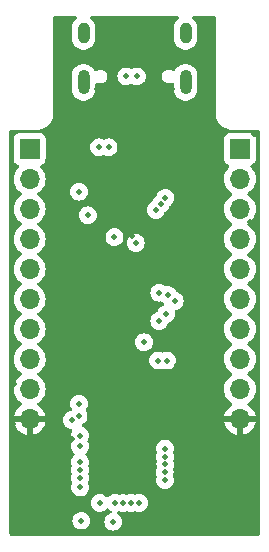
<source format=gbr>
%TF.GenerationSoftware,KiCad,Pcbnew,8.0.4*%
%TF.CreationDate,2024-08-26T12:07:15-05:00*%
%TF.ProjectId,iCEGenius,69434547-656e-4697-9573-2e6b69636164,rev?*%
%TF.SameCoordinates,Original*%
%TF.FileFunction,Copper,L2,Inr*%
%TF.FilePolarity,Positive*%
%FSLAX46Y46*%
G04 Gerber Fmt 4.6, Leading zero omitted, Abs format (unit mm)*
G04 Created by KiCad (PCBNEW 8.0.4) date 2024-08-26 12:07:15*
%MOMM*%
%LPD*%
G01*
G04 APERTURE LIST*
%TA.AperFunction,ComponentPad*%
%ADD10O,1.700000X1.700000*%
%TD*%
%TA.AperFunction,ComponentPad*%
%ADD11R,1.700000X1.700000*%
%TD*%
%TA.AperFunction,ComponentPad*%
%ADD12O,1.000000X1.800000*%
%TD*%
%TA.AperFunction,ComponentPad*%
%ADD13O,1.000000X2.100000*%
%TD*%
%TA.AperFunction,ViaPad*%
%ADD14C,0.500000*%
%TD*%
G04 APERTURE END LIST*
D10*
%TO.N,GND*%
%TO.C,J3*%
X164915000Y-111390000D03*
%TO.N,IOL_5A_GBIN6*%
X164915000Y-108850000D03*
%TO.N,IOR_34*%
X164915000Y-106310000D03*
%TO.N,IOR_35_GBIN3*%
X164915000Y-103770000D03*
%TO.N,IOR_36_GBIN2*%
X164915000Y-101230000D03*
%TO.N,IOR_38*%
X164915000Y-98690000D03*
%TO.N,IOR_39*%
X164915000Y-96150000D03*
%TO.N,IOT_45*%
X164915000Y-93610000D03*
%TO.N,IOT_47*%
X164915000Y-91070000D03*
D11*
%TO.N,+3V3*%
X164915000Y-88530000D03*
%TD*%
D10*
%TO.N,GND*%
%TO.C,J2*%
X147115000Y-111410000D03*
%TO.N,IOL_5B*%
X147115000Y-108870000D03*
%TO.N,IOL_4B_GBIN7*%
X147115000Y-106330000D03*
%TO.N,IOL_4A*%
X147115000Y-103790000D03*
%TO.N,IOL_2A*%
X147115000Y-101250000D03*
%TO.N,IOL_2B*%
X147115000Y-98710000D03*
%TO.N,IOT_52*%
X147115000Y-96170000D03*
%TO.N,IOT_53*%
X147115000Y-93630000D03*
%TO.N,IOT_50_GBIN1*%
X147115000Y-91090000D03*
D11*
%TO.N,+3V3*%
X147115000Y-88550000D03*
%TD*%
D12*
%TO.N,unconnected-(J1-SHIELD-PadS1)_2*%
%TO.C,J1*%
X151680000Y-78720000D03*
D13*
%TO.N,unconnected-(J1-SHIELD-PadS1)_3*%
X151680000Y-82900000D03*
D12*
%TO.N,unconnected-(J1-SHIELD-PadS1)_1*%
X160320000Y-78720000D03*
D13*
%TO.N,unconnected-(J1-SHIELD-PadS1)*%
X160320000Y-82900000D03*
%TD*%
D14*
%TO.N,GND*%
X166100000Y-87300000D03*
X162500000Y-80000000D03*
X149500000Y-80500000D03*
X158300000Y-78200000D03*
X164800000Y-118900000D03*
X165000000Y-116600000D03*
X158000000Y-88300000D03*
X156100000Y-85400000D03*
X154600000Y-85100000D03*
X151800000Y-108200000D03*
X159600000Y-106800000D03*
X161200000Y-96100000D03*
X155900000Y-99900000D03*
X148800000Y-99300000D03*
X148900000Y-96800000D03*
X148900000Y-94100000D03*
X148700000Y-89500000D03*
X150700000Y-87100000D03*
X145700000Y-87300000D03*
X145800000Y-90100000D03*
X145800000Y-92500000D03*
X145800000Y-95200000D03*
X145700000Y-97400000D03*
X145800000Y-100500000D03*
X145800000Y-102700000D03*
X145700000Y-105600000D03*
X145800000Y-108400000D03*
X146000000Y-110100000D03*
X145700000Y-111800000D03*
X147500000Y-113800000D03*
X147500000Y-115900000D03*
X145900000Y-118900000D03*
X146100000Y-120500000D03*
X148600000Y-119400000D03*
X160800000Y-119800000D03*
X163400000Y-120300000D03*
X162100000Y-118200000D03*
X166000000Y-120600000D03*
X165600000Y-118000000D03*
X164700000Y-115200000D03*
X166200000Y-113600000D03*
X166100000Y-110300000D03*
X166100000Y-107600000D03*
X166000000Y-104900000D03*
X166100000Y-102400000D03*
X166000000Y-100100000D03*
X166100000Y-90000000D03*
X166000000Y-92200000D03*
X165800000Y-94700000D03*
X165800000Y-97500000D03*
X162300000Y-97600000D03*
X162000000Y-95100000D03*
X158700000Y-87500000D03*
X150700000Y-89300000D03*
X150800000Y-85100000D03*
X152200000Y-86600000D03*
X162200000Y-78400000D03*
X149700000Y-79000000D03*
X155100000Y-79100000D03*
X156900000Y-78300000D03*
X153100000Y-78400000D03*
X146300000Y-114000000D03*
X153900000Y-102600000D03*
%TO.N,+3V3*%
X151500103Y-120000103D03*
X154200000Y-120100000D03*
%TO.N,GND*%
X155700000Y-87700000D03*
%TO.N,CRESET_B*%
X153000000Y-88400000D03*
%TO.N,SS*%
X153800000Y-88400000D03*
%TO.N,MOSI*%
X158612107Y-92684867D03*
%TO.N,SCK*%
X158206053Y-93192433D03*
%TO.N,MISO*%
X157800000Y-93700000D03*
%TO.N,GND*%
X160500000Y-85200000D03*
X158000000Y-85700000D03*
X151800000Y-85100000D03*
X153500000Y-86300000D03*
X157600000Y-86500000D03*
X159900000Y-87500000D03*
X159500000Y-88400000D03*
X161300000Y-90600000D03*
X159700000Y-90600000D03*
X160400000Y-94000000D03*
X157500000Y-94900000D03*
X155800000Y-95900000D03*
X151900000Y-95400000D03*
X157100000Y-98100000D03*
X154000000Y-98600000D03*
X154900000Y-99000000D03*
X155900000Y-99000000D03*
%TO.N,MISO*%
X158100000Y-100700000D03*
%TO.N,SCK*%
X158800000Y-100900000D03*
%TO.N,GND*%
X156100000Y-109900000D03*
X151700000Y-100500000D03*
%TO.N,/CHIP_PU*%
X154300000Y-96000000D03*
X156100000Y-96500000D03*
%TO.N,+3V3*%
X151300000Y-92150000D03*
X152050000Y-94150000D03*
%TO.N,SS*%
X156800000Y-104900000D03*
%TO.N,SCK*%
X158700000Y-102500000D03*
%TO.N,MISO*%
X158100000Y-103100000D03*
%TO.N,MOSI*%
X159400000Y-101400000D03*
%TO.N,GND*%
X151800000Y-103600000D03*
X151800000Y-105900000D03*
X155600000Y-103700000D03*
X155100000Y-108900000D03*
X158900000Y-119100000D03*
X158400000Y-118500000D03*
X160500000Y-117100000D03*
X150600000Y-119000000D03*
X150900000Y-118300000D03*
X150700000Y-113100000D03*
X159400000Y-108800000D03*
X160400000Y-109100000D03*
X159000000Y-110500000D03*
X158700000Y-111900000D03*
X158900000Y-111300000D03*
X160000000Y-111900000D03*
X162800000Y-104700000D03*
X152800000Y-83500000D03*
X159200000Y-83500000D03*
%TO.N,USB_D+*%
X156200000Y-82400000D03*
X155300000Y-82400000D03*
%TO.N,GND*%
X156087502Y-116100000D03*
X153587500Y-113700001D03*
X156087500Y-113700001D03*
X153687501Y-116100000D03*
%TO.N,IOT_45*%
X158750000Y-106450000D03*
%TO.N,IOT_47*%
X158000000Y-106450000D03*
%TO.N,IOT_50_GBIN1*%
X151300000Y-110100000D03*
%TO.N,IOT_53*%
X151257372Y-111165577D03*
%TO.N,IOT_52*%
X150700000Y-111500000D03*
%TO.N,IOL_2B*%
X151387502Y-112800001D03*
%TO.N,IOL_2A*%
X151387500Y-113700001D03*
%TO.N,IOL_4A*%
X151387500Y-115049998D03*
%TO.N,IOL_4B_GBIN7*%
X151387502Y-115700001D03*
%TO.N,IOL_5B*%
X151387502Y-116400000D03*
%TO.N,IOL_5A_GBIN6*%
X151387500Y-117200000D03*
%TO.N,CRESET_B*%
X153054818Y-118499801D03*
%TO.N,MOSI*%
X154354795Y-118494688D03*
%TO.N,MISO*%
X155004776Y-118500069D03*
%TO.N,SS*%
X155687501Y-118500001D03*
%TO.N,SCK*%
X156387502Y-118500001D03*
%TO.N,IOR_34*%
X158587502Y-116550003D03*
%TO.N,IOR_35_GBIN3*%
X158546096Y-115900000D03*
%TO.N,IOR_36_GBIN2*%
X158594361Y-115241158D03*
%TO.N,IOR_38*%
X158587409Y-114591192D03*
%TO.N,IOR_39*%
X158587502Y-113900000D03*
%TO.N,GND*%
X153100000Y-90400000D03*
X156100000Y-90400000D03*
X156100000Y-93400000D03*
X153100000Y-93400000D03*
X149900000Y-90300000D03*
X150800000Y-90800000D03*
%TD*%
%TA.AperFunction,Conductor*%
%TO.N,GND*%
G36*
X151063204Y-77320184D02*
G01*
X151108959Y-77372988D01*
X151118903Y-77442146D01*
X151089878Y-77505702D01*
X151065055Y-77527602D01*
X151042215Y-77542862D01*
X150902863Y-77682214D01*
X150902860Y-77682218D01*
X150793371Y-77846079D01*
X150793364Y-77846092D01*
X150717950Y-78028160D01*
X150717947Y-78028170D01*
X150679500Y-78221456D01*
X150679500Y-78221459D01*
X150679500Y-79218541D01*
X150679500Y-79218543D01*
X150679499Y-79218543D01*
X150717947Y-79411829D01*
X150717950Y-79411839D01*
X150793364Y-79593907D01*
X150793371Y-79593920D01*
X150902860Y-79757781D01*
X150902863Y-79757785D01*
X151042214Y-79897136D01*
X151042218Y-79897139D01*
X151206079Y-80006628D01*
X151206092Y-80006635D01*
X151388160Y-80082049D01*
X151388165Y-80082051D01*
X151388169Y-80082051D01*
X151388170Y-80082052D01*
X151581456Y-80120500D01*
X151581459Y-80120500D01*
X151778543Y-80120500D01*
X151908582Y-80094632D01*
X151971835Y-80082051D01*
X152153914Y-80006632D01*
X152317782Y-79897139D01*
X152457139Y-79757782D01*
X152566632Y-79593914D01*
X152642051Y-79411835D01*
X152680500Y-79218541D01*
X152680500Y-78221459D01*
X152680500Y-78221456D01*
X152642052Y-78028170D01*
X152642051Y-78028169D01*
X152642051Y-78028165D01*
X152642049Y-78028160D01*
X152566635Y-77846092D01*
X152566628Y-77846079D01*
X152457139Y-77682218D01*
X152457136Y-77682214D01*
X152317784Y-77542862D01*
X152294945Y-77527602D01*
X152250139Y-77473990D01*
X152241432Y-77404665D01*
X152271586Y-77341637D01*
X152331029Y-77304917D01*
X152363835Y-77300499D01*
X159636165Y-77300499D01*
X159703204Y-77320184D01*
X159748959Y-77372988D01*
X159758903Y-77442146D01*
X159729878Y-77505702D01*
X159705055Y-77527602D01*
X159682215Y-77542862D01*
X159542863Y-77682214D01*
X159542860Y-77682218D01*
X159433371Y-77846079D01*
X159433364Y-77846092D01*
X159357950Y-78028160D01*
X159357947Y-78028170D01*
X159319500Y-78221456D01*
X159319500Y-78221459D01*
X159319500Y-79218541D01*
X159319500Y-79218543D01*
X159319499Y-79218543D01*
X159357947Y-79411829D01*
X159357950Y-79411839D01*
X159433364Y-79593907D01*
X159433371Y-79593920D01*
X159542860Y-79757781D01*
X159542863Y-79757785D01*
X159682214Y-79897136D01*
X159682218Y-79897139D01*
X159846079Y-80006628D01*
X159846092Y-80006635D01*
X160028160Y-80082049D01*
X160028165Y-80082051D01*
X160028169Y-80082051D01*
X160028170Y-80082052D01*
X160221456Y-80120500D01*
X160221459Y-80120500D01*
X160418543Y-80120500D01*
X160548582Y-80094632D01*
X160611835Y-80082051D01*
X160793914Y-80006632D01*
X160957782Y-79897139D01*
X161097139Y-79757782D01*
X161206632Y-79593914D01*
X161282051Y-79411835D01*
X161320500Y-79218541D01*
X161320500Y-78221459D01*
X161320500Y-78221456D01*
X161282052Y-78028170D01*
X161282051Y-78028169D01*
X161282051Y-78028165D01*
X161282049Y-78028160D01*
X161206635Y-77846092D01*
X161206628Y-77846079D01*
X161097139Y-77682218D01*
X161097136Y-77682214D01*
X160957784Y-77542862D01*
X160934945Y-77527602D01*
X160890139Y-77473990D01*
X160881432Y-77404665D01*
X160911586Y-77341637D01*
X160971029Y-77304917D01*
X161003835Y-77300499D01*
X162652405Y-77300499D01*
X162690244Y-77300499D01*
X162709630Y-77302024D01*
X162742255Y-77307191D01*
X162779141Y-77319175D01*
X162799767Y-77329684D01*
X162831151Y-77352487D01*
X162847511Y-77368847D01*
X162870315Y-77400233D01*
X162880821Y-77420852D01*
X162892809Y-77457747D01*
X162897973Y-77490355D01*
X162899500Y-77509748D01*
X162899500Y-85649550D01*
X162899501Y-85649563D01*
X162899501Y-85702349D01*
X162931524Y-85904534D01*
X162994778Y-86099214D01*
X162994780Y-86099217D01*
X163087713Y-86281609D01*
X163208035Y-86447217D01*
X163352782Y-86591964D01*
X163518390Y-86712286D01*
X163700782Y-86805219D01*
X163895466Y-86868476D01*
X164097648Y-86900499D01*
X164160438Y-86900499D01*
X166352405Y-86900499D01*
X166390244Y-86900499D01*
X166409630Y-86902024D01*
X166442255Y-86907191D01*
X166479141Y-86919175D01*
X166499767Y-86929684D01*
X166531151Y-86952487D01*
X166547511Y-86968847D01*
X166570315Y-87000233D01*
X166580821Y-87020852D01*
X166592809Y-87057747D01*
X166597973Y-87090355D01*
X166599500Y-87109748D01*
X166599500Y-121090244D01*
X166597973Y-121109644D01*
X166592808Y-121142251D01*
X166580820Y-121179146D01*
X166570314Y-121199765D01*
X166547510Y-121231151D01*
X166531151Y-121247510D01*
X166499765Y-121270314D01*
X166479146Y-121280820D01*
X166442251Y-121292808D01*
X166429990Y-121294750D01*
X166409644Y-121297972D01*
X166390250Y-121299499D01*
X145609757Y-121299499D01*
X145590359Y-121297972D01*
X145557749Y-121292807D01*
X145520855Y-121280820D01*
X145500233Y-121270312D01*
X145468849Y-121247510D01*
X145452488Y-121231148D01*
X145429687Y-121199766D01*
X145419178Y-121179141D01*
X145407193Y-121142251D01*
X145402025Y-121109623D01*
X145400500Y-121090236D01*
X145400500Y-120000100D01*
X150744854Y-120000100D01*
X150744854Y-120000105D01*
X150763788Y-120168159D01*
X150819648Y-120327797D01*
X150819650Y-120327800D01*
X150909621Y-120470987D01*
X150909626Y-120470993D01*
X151029212Y-120590579D01*
X151029218Y-120590584D01*
X151172405Y-120680555D01*
X151172408Y-120680557D01*
X151172412Y-120680558D01*
X151172413Y-120680559D01*
X151200769Y-120690481D01*
X151332046Y-120736417D01*
X151500100Y-120755352D01*
X151500103Y-120755352D01*
X151500106Y-120755352D01*
X151668159Y-120736417D01*
X151668162Y-120736416D01*
X151827793Y-120680559D01*
X151827795Y-120680557D01*
X151827797Y-120680557D01*
X151827800Y-120680555D01*
X151970987Y-120590584D01*
X151970988Y-120590583D01*
X151970993Y-120590580D01*
X152090580Y-120470993D01*
X152117787Y-120427694D01*
X152180555Y-120327800D01*
X152180557Y-120327797D01*
X152180557Y-120327795D01*
X152180559Y-120327793D01*
X152236416Y-120168162D01*
X152236416Y-120168161D01*
X152236417Y-120168159D01*
X152255352Y-120000105D01*
X152255352Y-120000100D01*
X152236417Y-119832046D01*
X152180557Y-119672408D01*
X152180555Y-119672405D01*
X152090584Y-119529218D01*
X152090579Y-119529212D01*
X151970993Y-119409626D01*
X151970987Y-119409621D01*
X151827800Y-119319650D01*
X151827797Y-119319648D01*
X151668159Y-119263788D01*
X151500106Y-119244854D01*
X151500100Y-119244854D01*
X151332046Y-119263788D01*
X151172408Y-119319648D01*
X151172405Y-119319650D01*
X151029218Y-119409621D01*
X151029212Y-119409626D01*
X150909626Y-119529212D01*
X150909621Y-119529218D01*
X150819650Y-119672405D01*
X150819648Y-119672408D01*
X150763788Y-119832046D01*
X150744854Y-120000100D01*
X145400500Y-120000100D01*
X145400500Y-118499798D01*
X152299569Y-118499798D01*
X152299569Y-118499803D01*
X152318503Y-118667857D01*
X152374363Y-118827495D01*
X152374365Y-118827498D01*
X152464336Y-118970685D01*
X152464341Y-118970691D01*
X152583927Y-119090277D01*
X152583933Y-119090282D01*
X152727120Y-119180253D01*
X152727123Y-119180255D01*
X152727127Y-119180256D01*
X152727128Y-119180257D01*
X152755078Y-119190037D01*
X152886761Y-119236115D01*
X153054815Y-119255050D01*
X153054818Y-119255050D01*
X153054821Y-119255050D01*
X153222874Y-119236115D01*
X153237489Y-119231001D01*
X153382508Y-119180257D01*
X153382510Y-119180255D01*
X153382512Y-119180255D01*
X153382515Y-119180253D01*
X153525702Y-119090282D01*
X153525703Y-119090281D01*
X153525708Y-119090278D01*
X153619682Y-118996304D01*
X153681005Y-118962819D01*
X153750697Y-118967803D01*
X153795044Y-118996304D01*
X153883905Y-119085165D01*
X153892361Y-119090478D01*
X154003545Y-119160340D01*
X154049836Y-119212675D01*
X154060484Y-119281729D01*
X154032109Y-119345577D01*
X153978529Y-119382375D01*
X153872311Y-119419543D01*
X153872302Y-119419547D01*
X153729115Y-119509518D01*
X153729109Y-119509523D01*
X153609523Y-119629109D01*
X153609518Y-119629115D01*
X153519547Y-119772302D01*
X153519545Y-119772305D01*
X153463685Y-119931943D01*
X153444751Y-120099997D01*
X153444751Y-120100002D01*
X153463685Y-120268056D01*
X153519545Y-120427694D01*
X153519547Y-120427697D01*
X153609518Y-120570884D01*
X153609523Y-120570890D01*
X153729109Y-120690476D01*
X153729115Y-120690481D01*
X153872302Y-120780452D01*
X153872305Y-120780454D01*
X153872309Y-120780455D01*
X153872310Y-120780456D01*
X153944913Y-120805860D01*
X154031943Y-120836314D01*
X154199997Y-120855249D01*
X154200000Y-120855249D01*
X154200003Y-120855249D01*
X154368056Y-120836314D01*
X154368059Y-120836313D01*
X154527690Y-120780456D01*
X154527692Y-120780454D01*
X154527694Y-120780454D01*
X154527697Y-120780452D01*
X154670884Y-120690481D01*
X154670885Y-120690480D01*
X154670890Y-120690477D01*
X154790477Y-120570890D01*
X154880452Y-120427697D01*
X154880454Y-120427694D01*
X154880454Y-120427692D01*
X154880456Y-120427690D01*
X154936313Y-120268059D01*
X154936313Y-120268058D01*
X154936314Y-120268056D01*
X154955249Y-120100002D01*
X154955249Y-120099997D01*
X154936314Y-119931943D01*
X154880454Y-119772305D01*
X154880452Y-119772302D01*
X154790481Y-119629115D01*
X154790476Y-119629109D01*
X154670888Y-119509521D01*
X154551247Y-119434345D01*
X154504957Y-119382010D01*
X154494309Y-119312957D01*
X154522684Y-119249109D01*
X154576264Y-119212311D01*
X154631143Y-119193109D01*
X154700922Y-119189548D01*
X154713051Y-119193110D01*
X154836715Y-119236382D01*
X155004773Y-119255318D01*
X155004776Y-119255318D01*
X155004779Y-119255318D01*
X155172835Y-119236382D01*
X155172836Y-119236382D01*
X155241629Y-119212310D01*
X155305282Y-119190036D01*
X155375059Y-119186474D01*
X155387174Y-119190031D01*
X155519442Y-119236314D01*
X155519441Y-119236314D01*
X155687498Y-119255250D01*
X155687501Y-119255250D01*
X155687504Y-119255250D01*
X155855560Y-119236314D01*
X155855561Y-119236314D01*
X155924160Y-119212310D01*
X155996546Y-119186980D01*
X156066323Y-119183418D01*
X156078455Y-119186981D01*
X156219441Y-119236314D01*
X156387499Y-119255250D01*
X156387502Y-119255250D01*
X156387505Y-119255250D01*
X156555558Y-119236315D01*
X156556130Y-119236115D01*
X156715192Y-119180457D01*
X156715194Y-119180455D01*
X156715196Y-119180455D01*
X156715199Y-119180453D01*
X156858386Y-119090482D01*
X156858387Y-119090481D01*
X156858392Y-119090478D01*
X156977979Y-118970891D01*
X156978105Y-118970691D01*
X157067954Y-118827698D01*
X157067956Y-118827695D01*
X157067956Y-118827693D01*
X157067958Y-118827691D01*
X157123815Y-118668060D01*
X157123815Y-118668059D01*
X157123816Y-118668057D01*
X157142751Y-118500003D01*
X157142751Y-118499998D01*
X157123816Y-118331944D01*
X157067956Y-118172306D01*
X157067954Y-118172303D01*
X156977983Y-118029116D01*
X156977978Y-118029110D01*
X156858392Y-117909524D01*
X156858386Y-117909519D01*
X156715199Y-117819548D01*
X156715196Y-117819546D01*
X156555558Y-117763686D01*
X156387505Y-117744752D01*
X156387499Y-117744752D01*
X156219444Y-117763687D01*
X156078455Y-117813021D01*
X156008676Y-117816582D01*
X155996546Y-117813021D01*
X155855557Y-117763686D01*
X155687504Y-117744752D01*
X155687498Y-117744752D01*
X155519443Y-117763687D01*
X155386995Y-117810032D01*
X155317216Y-117813593D01*
X155305087Y-117810032D01*
X155172833Y-117763755D01*
X155004779Y-117744820D01*
X155004773Y-117744820D01*
X154836717Y-117763755D01*
X154728426Y-117801647D01*
X154658648Y-117805208D01*
X154646523Y-117801648D01*
X154614594Y-117790476D01*
X154522851Y-117758373D01*
X154354798Y-117739439D01*
X154354792Y-117739439D01*
X154186738Y-117758373D01*
X154027100Y-117814233D01*
X154027097Y-117814235D01*
X153883910Y-117904206D01*
X153883904Y-117904211D01*
X153789931Y-117998185D01*
X153728608Y-118031670D01*
X153658916Y-118026686D01*
X153614569Y-117998185D01*
X153525708Y-117909324D01*
X153525702Y-117909319D01*
X153382515Y-117819348D01*
X153382512Y-117819346D01*
X153222874Y-117763486D01*
X153054821Y-117744552D01*
X153054815Y-117744552D01*
X152886761Y-117763486D01*
X152727123Y-117819346D01*
X152727120Y-117819348D01*
X152583933Y-117909319D01*
X152583927Y-117909324D01*
X152464341Y-118028910D01*
X152464336Y-118028916D01*
X152374365Y-118172103D01*
X152374363Y-118172106D01*
X152318503Y-118331744D01*
X152299569Y-118499798D01*
X145400500Y-118499798D01*
X145400500Y-91089999D01*
X145759341Y-91089999D01*
X145759341Y-91090000D01*
X145779936Y-91325403D01*
X145779938Y-91325413D01*
X145841094Y-91553655D01*
X145841096Y-91553659D01*
X145841097Y-91553663D01*
X145931639Y-91747830D01*
X145940965Y-91767830D01*
X145940967Y-91767834D01*
X145979112Y-91822310D01*
X146067509Y-91948554D01*
X146076501Y-91961395D01*
X146076506Y-91961402D01*
X146243597Y-92128493D01*
X146243603Y-92128498D01*
X146429158Y-92258425D01*
X146472783Y-92313002D01*
X146479977Y-92382500D01*
X146448454Y-92444855D01*
X146429158Y-92461575D01*
X146243597Y-92591505D01*
X146076505Y-92758597D01*
X145940965Y-92952169D01*
X145940964Y-92952171D01*
X145841098Y-93166335D01*
X145841094Y-93166344D01*
X145779938Y-93394586D01*
X145779936Y-93394596D01*
X145759341Y-93629999D01*
X145759341Y-93630000D01*
X145779936Y-93865403D01*
X145779938Y-93865413D01*
X145841094Y-94093655D01*
X145841096Y-94093659D01*
X145841097Y-94093663D01*
X145877106Y-94170884D01*
X145940965Y-94307830D01*
X145940967Y-94307834D01*
X146076501Y-94501395D01*
X146076506Y-94501402D01*
X146243597Y-94668493D01*
X146243603Y-94668498D01*
X146429158Y-94798425D01*
X146472783Y-94853002D01*
X146479977Y-94922500D01*
X146448454Y-94984855D01*
X146429158Y-95001575D01*
X146243597Y-95131505D01*
X146076505Y-95298597D01*
X145940965Y-95492169D01*
X145940964Y-95492171D01*
X145841098Y-95706335D01*
X145841094Y-95706344D01*
X145779938Y-95934586D01*
X145779936Y-95934596D01*
X145759341Y-96169999D01*
X145759341Y-96170000D01*
X145779936Y-96405403D01*
X145779938Y-96405413D01*
X145841094Y-96633655D01*
X145841096Y-96633659D01*
X145841097Y-96633663D01*
X145862916Y-96680454D01*
X145940965Y-96847830D01*
X145940967Y-96847834D01*
X146076501Y-97041395D01*
X146076506Y-97041402D01*
X146243597Y-97208493D01*
X146243603Y-97208498D01*
X146429158Y-97338425D01*
X146472783Y-97393002D01*
X146479977Y-97462500D01*
X146448454Y-97524855D01*
X146429158Y-97541575D01*
X146243597Y-97671505D01*
X146076505Y-97838597D01*
X145940965Y-98032169D01*
X145940964Y-98032171D01*
X145841098Y-98246335D01*
X145841094Y-98246344D01*
X145779938Y-98474586D01*
X145779936Y-98474596D01*
X145759341Y-98709999D01*
X145759341Y-98710000D01*
X145779936Y-98945403D01*
X145779938Y-98945413D01*
X145841094Y-99173655D01*
X145841096Y-99173659D01*
X145841097Y-99173663D01*
X145931639Y-99367830D01*
X145940965Y-99387830D01*
X145940967Y-99387834D01*
X146076501Y-99581395D01*
X146076506Y-99581402D01*
X146243597Y-99748493D01*
X146243603Y-99748498D01*
X146429158Y-99878425D01*
X146472783Y-99933002D01*
X146479977Y-100002500D01*
X146448454Y-100064855D01*
X146429158Y-100081575D01*
X146243597Y-100211505D01*
X146076505Y-100378597D01*
X145940965Y-100572169D01*
X145940964Y-100572171D01*
X145841098Y-100786335D01*
X145841094Y-100786344D01*
X145779938Y-101014586D01*
X145779936Y-101014596D01*
X145759341Y-101249999D01*
X145759341Y-101250000D01*
X145779936Y-101485403D01*
X145779938Y-101485413D01*
X145841094Y-101713655D01*
X145841096Y-101713659D01*
X145841097Y-101713663D01*
X145931639Y-101907830D01*
X145940965Y-101927830D01*
X145940967Y-101927834D01*
X146076501Y-102121395D01*
X146076506Y-102121402D01*
X146243597Y-102288493D01*
X146243603Y-102288498D01*
X146429158Y-102418425D01*
X146472783Y-102473002D01*
X146479977Y-102542500D01*
X146448454Y-102604855D01*
X146429158Y-102621575D01*
X146243597Y-102751505D01*
X146076505Y-102918597D01*
X145940965Y-103112169D01*
X145940964Y-103112171D01*
X145841098Y-103326335D01*
X145841094Y-103326344D01*
X145779938Y-103554586D01*
X145779936Y-103554596D01*
X145759341Y-103789999D01*
X145759341Y-103790000D01*
X145779936Y-104025403D01*
X145779938Y-104025413D01*
X145841094Y-104253655D01*
X145841096Y-104253659D01*
X145841097Y-104253663D01*
X145867143Y-104309518D01*
X145940965Y-104467830D01*
X145940967Y-104467834D01*
X146076501Y-104661395D01*
X146076506Y-104661402D01*
X146243597Y-104828493D01*
X146243603Y-104828498D01*
X146429158Y-104958425D01*
X146472783Y-105013002D01*
X146479977Y-105082500D01*
X146448454Y-105144855D01*
X146429158Y-105161575D01*
X146243597Y-105291505D01*
X146076505Y-105458597D01*
X145940965Y-105652169D01*
X145940964Y-105652171D01*
X145841098Y-105866335D01*
X145841094Y-105866344D01*
X145779938Y-106094586D01*
X145779936Y-106094596D01*
X145759341Y-106329999D01*
X145759341Y-106330000D01*
X145779936Y-106565403D01*
X145779938Y-106565413D01*
X145841094Y-106793655D01*
X145841096Y-106793659D01*
X145841097Y-106793663D01*
X145900424Y-106920890D01*
X145940965Y-107007830D01*
X145940967Y-107007834D01*
X146076501Y-107201395D01*
X146076506Y-107201402D01*
X146243597Y-107368493D01*
X146243603Y-107368498D01*
X146429158Y-107498425D01*
X146472783Y-107553002D01*
X146479977Y-107622500D01*
X146448454Y-107684855D01*
X146429158Y-107701575D01*
X146243597Y-107831505D01*
X146076505Y-107998597D01*
X145940965Y-108192169D01*
X145940964Y-108192171D01*
X145841098Y-108406335D01*
X145841094Y-108406344D01*
X145779938Y-108634586D01*
X145779936Y-108634596D01*
X145759341Y-108869999D01*
X145759341Y-108870000D01*
X145779936Y-109105403D01*
X145779938Y-109105413D01*
X145841094Y-109333655D01*
X145841096Y-109333659D01*
X145841097Y-109333663D01*
X145923100Y-109509518D01*
X145940965Y-109547830D01*
X145940967Y-109547834D01*
X146076501Y-109741395D01*
X146076506Y-109741402D01*
X146243597Y-109908493D01*
X146243603Y-109908498D01*
X146429594Y-110038730D01*
X146473219Y-110093307D01*
X146480413Y-110162805D01*
X146448890Y-110225160D01*
X146429595Y-110241880D01*
X146243922Y-110371890D01*
X146243920Y-110371891D01*
X146076891Y-110538920D01*
X146076886Y-110538926D01*
X145941400Y-110732420D01*
X145941399Y-110732422D01*
X145841570Y-110946507D01*
X145841567Y-110946513D01*
X145784364Y-111159999D01*
X145784364Y-111160000D01*
X146681988Y-111160000D01*
X146649075Y-111217007D01*
X146615000Y-111344174D01*
X146615000Y-111475826D01*
X146649075Y-111602993D01*
X146681988Y-111660000D01*
X145784364Y-111660000D01*
X145841567Y-111873486D01*
X145841570Y-111873492D01*
X145941399Y-112087578D01*
X146076894Y-112281082D01*
X146243917Y-112448105D01*
X146437421Y-112583600D01*
X146651507Y-112683429D01*
X146651516Y-112683433D01*
X146865000Y-112740634D01*
X146865000Y-111843012D01*
X146922007Y-111875925D01*
X147049174Y-111910000D01*
X147180826Y-111910000D01*
X147307993Y-111875925D01*
X147365000Y-111843012D01*
X147365000Y-112740633D01*
X147578483Y-112683433D01*
X147578492Y-112683429D01*
X147792578Y-112583600D01*
X147986082Y-112448105D01*
X148153105Y-112281082D01*
X148288600Y-112087578D01*
X148388429Y-111873492D01*
X148388432Y-111873486D01*
X148445636Y-111660000D01*
X147548012Y-111660000D01*
X147580925Y-111602993D01*
X147608523Y-111499997D01*
X149944751Y-111499997D01*
X149944751Y-111500002D01*
X149963685Y-111668056D01*
X150019545Y-111827694D01*
X150019547Y-111827697D01*
X150109518Y-111970884D01*
X150109523Y-111970890D01*
X150229109Y-112090476D01*
X150229115Y-112090481D01*
X150372302Y-112180452D01*
X150372305Y-112180454D01*
X150372309Y-112180455D01*
X150372310Y-112180456D01*
X150531941Y-112236313D01*
X150531944Y-112236314D01*
X150637846Y-112248246D01*
X150702260Y-112275312D01*
X150741815Y-112332907D01*
X150743953Y-112402744D01*
X150728958Y-112437436D01*
X150707047Y-112472307D01*
X150651187Y-112631944D01*
X150632253Y-112799998D01*
X150632253Y-112800003D01*
X150651187Y-112968057D01*
X150707047Y-113127693D01*
X150742444Y-113184027D01*
X150761444Y-113251264D01*
X150742445Y-113315970D01*
X150707044Y-113372311D01*
X150651185Y-113531944D01*
X150632251Y-113699998D01*
X150632251Y-113700003D01*
X150651185Y-113868057D01*
X150707045Y-114027695D01*
X150707047Y-114027698D01*
X150797018Y-114170885D01*
X150797023Y-114170891D01*
X150913450Y-114287318D01*
X150946935Y-114348641D01*
X150941951Y-114418333D01*
X150913451Y-114462680D01*
X150797018Y-114579113D01*
X150707047Y-114722300D01*
X150707045Y-114722303D01*
X150651185Y-114881941D01*
X150632251Y-115049995D01*
X150632251Y-115050000D01*
X150651186Y-115218055D01*
X150691773Y-115334048D01*
X150695334Y-115403827D01*
X150691773Y-115415956D01*
X150651188Y-115531942D01*
X150651187Y-115531946D01*
X150632253Y-115699998D01*
X150632253Y-115700003D01*
X150651188Y-115868058D01*
X150700521Y-116009046D01*
X150704082Y-116078825D01*
X150700521Y-116090954D01*
X150651188Y-116231942D01*
X150632253Y-116399997D01*
X150632253Y-116400002D01*
X150651187Y-116568056D01*
X150707047Y-116727693D01*
X150711026Y-116734025D01*
X150730027Y-116801262D01*
X150711031Y-116865964D01*
X150707044Y-116872308D01*
X150651185Y-117031943D01*
X150632251Y-117199997D01*
X150632251Y-117200002D01*
X150651185Y-117368056D01*
X150707045Y-117527694D01*
X150707047Y-117527697D01*
X150797018Y-117670884D01*
X150797023Y-117670890D01*
X150916609Y-117790476D01*
X150916615Y-117790481D01*
X151059802Y-117880452D01*
X151059805Y-117880454D01*
X151059809Y-117880455D01*
X151059810Y-117880456D01*
X151127684Y-117904206D01*
X151219443Y-117936314D01*
X151387497Y-117955249D01*
X151387500Y-117955249D01*
X151387503Y-117955249D01*
X151555556Y-117936314D01*
X151555559Y-117936313D01*
X151715190Y-117880456D01*
X151715192Y-117880454D01*
X151715194Y-117880454D01*
X151715197Y-117880452D01*
X151858384Y-117790481D01*
X151858385Y-117790480D01*
X151858390Y-117790477D01*
X151977977Y-117670890D01*
X152067952Y-117527697D01*
X152067954Y-117527694D01*
X152067954Y-117527692D01*
X152067956Y-117527690D01*
X152123813Y-117368059D01*
X152123813Y-117368058D01*
X152123814Y-117368056D01*
X152142749Y-117200002D01*
X152142749Y-117199997D01*
X152123814Y-117031943D01*
X152069841Y-116877697D01*
X152067956Y-116872310D01*
X152067955Y-116872308D01*
X152067954Y-116872305D01*
X152067953Y-116872304D01*
X152063974Y-116865971D01*
X152044974Y-116798734D01*
X152063977Y-116734024D01*
X152067958Y-116727690D01*
X152123815Y-116568059D01*
X152142751Y-116400000D01*
X152140716Y-116381941D01*
X152123815Y-116231940D01*
X152123815Y-116231939D01*
X152074482Y-116090955D01*
X152070920Y-116021176D01*
X152074482Y-116009045D01*
X152112640Y-115899997D01*
X157790847Y-115899997D01*
X157790847Y-115900002D01*
X157809781Y-116068056D01*
X157849621Y-116181910D01*
X157863755Y-116222304D01*
X157865643Y-116227698D01*
X157866246Y-116228950D01*
X157866392Y-116229839D01*
X157867940Y-116234262D01*
X157867165Y-116234533D01*
X157877597Y-116297892D01*
X157871567Y-116323701D01*
X157851189Y-116381941D01*
X157851188Y-116381944D01*
X157832253Y-116550000D01*
X157832253Y-116550005D01*
X157851187Y-116718059D01*
X157907047Y-116877697D01*
X157907049Y-116877700D01*
X157997020Y-117020887D01*
X157997025Y-117020893D01*
X158116611Y-117140479D01*
X158116617Y-117140484D01*
X158259804Y-117230455D01*
X158259807Y-117230457D01*
X158259811Y-117230458D01*
X158259812Y-117230459D01*
X158332415Y-117255863D01*
X158419445Y-117286317D01*
X158587499Y-117305252D01*
X158587502Y-117305252D01*
X158587505Y-117305252D01*
X158755558Y-117286317D01*
X158755561Y-117286316D01*
X158915192Y-117230459D01*
X158915194Y-117230457D01*
X158915196Y-117230457D01*
X158915199Y-117230455D01*
X159058386Y-117140484D01*
X159058387Y-117140483D01*
X159058392Y-117140480D01*
X159177979Y-117020893D01*
X159267954Y-116877700D01*
X159267956Y-116877697D01*
X159267956Y-116877695D01*
X159267958Y-116877693D01*
X159323815Y-116718062D01*
X159323815Y-116718061D01*
X159323816Y-116718059D01*
X159342751Y-116550005D01*
X159342751Y-116550000D01*
X159323816Y-116381946D01*
X159294404Y-116297892D01*
X159267958Y-116222313D01*
X159267956Y-116222309D01*
X159267954Y-116222304D01*
X159267351Y-116221051D01*
X159267204Y-116220160D01*
X159265658Y-116215741D01*
X159266432Y-116215470D01*
X159256000Y-116152110D01*
X159262031Y-116126296D01*
X159274397Y-116090955D01*
X159282409Y-116068059D01*
X159301345Y-115900000D01*
X159301345Y-115899997D01*
X159282410Y-115731945D01*
X159271233Y-115700003D01*
X159262759Y-115675787D01*
X159259197Y-115606011D01*
X159272113Y-115575278D01*
X159271794Y-115575125D01*
X159274811Y-115568859D01*
X159274813Y-115568853D01*
X159274817Y-115568848D01*
X159311025Y-115465372D01*
X159330674Y-115409219D01*
X159330674Y-115409217D01*
X159349610Y-115241160D01*
X159349610Y-115241155D01*
X159330674Y-115073098D01*
X159330674Y-115073097D01*
X159286618Y-114947194D01*
X159283055Y-114877416D01*
X159286609Y-114865312D01*
X159323722Y-114759251D01*
X159327886Y-114722300D01*
X159342658Y-114591194D01*
X159342658Y-114591189D01*
X159323722Y-114423132D01*
X159323722Y-114423131D01*
X159277304Y-114290478D01*
X159275975Y-114286681D01*
X159272413Y-114216905D01*
X159275969Y-114204795D01*
X159323815Y-114068059D01*
X159342751Y-113900000D01*
X159342751Y-113899997D01*
X159323816Y-113731943D01*
X159267956Y-113572305D01*
X159267954Y-113572302D01*
X159177983Y-113429115D01*
X159177978Y-113429109D01*
X159058392Y-113309523D01*
X159058386Y-113309518D01*
X158915199Y-113219547D01*
X158915196Y-113219545D01*
X158755558Y-113163685D01*
X158587505Y-113144751D01*
X158587499Y-113144751D01*
X158419445Y-113163685D01*
X158259807Y-113219545D01*
X158259804Y-113219547D01*
X158116617Y-113309518D01*
X158116611Y-113309523D01*
X157997025Y-113429109D01*
X157997020Y-113429115D01*
X157907049Y-113572302D01*
X157907047Y-113572305D01*
X157851187Y-113731943D01*
X157832253Y-113899997D01*
X157832253Y-113900002D01*
X157851188Y-114068057D01*
X157898934Y-114204509D01*
X157902495Y-114274288D01*
X157898934Y-114286417D01*
X157851095Y-114423134D01*
X157832160Y-114591189D01*
X157832160Y-114591194D01*
X157851095Y-114759251D01*
X157851095Y-114759253D01*
X157895150Y-114885152D01*
X157898712Y-114954931D01*
X157895151Y-114967060D01*
X157858047Y-115073099D01*
X157839112Y-115241155D01*
X157839112Y-115241160D01*
X157858047Y-115409214D01*
X157858047Y-115409215D01*
X157877696Y-115465372D01*
X157881257Y-115535151D01*
X157868344Y-115565885D01*
X157868660Y-115566038D01*
X157865684Y-115572216D01*
X157865657Y-115572282D01*
X157865641Y-115572306D01*
X157809781Y-115731943D01*
X157790847Y-115899997D01*
X152112640Y-115899997D01*
X152123815Y-115868061D01*
X152123815Y-115868060D01*
X152142751Y-115700003D01*
X152142751Y-115699998D01*
X152123816Y-115531945D01*
X152100521Y-115465372D01*
X152083226Y-115415948D01*
X152079664Y-115346173D01*
X152083225Y-115334048D01*
X152123813Y-115218057D01*
X152140147Y-115073097D01*
X152142749Y-115050000D01*
X152142749Y-115049995D01*
X152123814Y-114881941D01*
X152093360Y-114794911D01*
X152067956Y-114722308D01*
X152067955Y-114722307D01*
X152067954Y-114722303D01*
X152067952Y-114722300D01*
X151977981Y-114579113D01*
X151977976Y-114579107D01*
X151861549Y-114462680D01*
X151828064Y-114401357D01*
X151833048Y-114331665D01*
X151861545Y-114287322D01*
X151977977Y-114170891D01*
X152042592Y-114068058D01*
X152067952Y-114027698D01*
X152067954Y-114027695D01*
X152067954Y-114027693D01*
X152067956Y-114027691D01*
X152123813Y-113868060D01*
X152123813Y-113868059D01*
X152123814Y-113868057D01*
X152142749Y-113700003D01*
X152142749Y-113699998D01*
X152123814Y-113531944D01*
X152067954Y-113372306D01*
X152067952Y-113372303D01*
X152032558Y-113315974D01*
X152013557Y-113248738D01*
X152032558Y-113184029D01*
X152067958Y-113127691D01*
X152123815Y-112968060D01*
X152142751Y-112800001D01*
X152136062Y-112740633D01*
X152123816Y-112631944D01*
X152067956Y-112472306D01*
X152067954Y-112472303D01*
X151977983Y-112329116D01*
X151977978Y-112329110D01*
X151858392Y-112209524D01*
X151858386Y-112209519D01*
X151715199Y-112119548D01*
X151715188Y-112119543D01*
X151593445Y-112076943D01*
X151536669Y-112036222D01*
X151510922Y-111971269D01*
X151524378Y-111902707D01*
X151572766Y-111852305D01*
X151580608Y-111848177D01*
X151585049Y-111846037D01*
X151585062Y-111846033D01*
X151728262Y-111756054D01*
X151847849Y-111636467D01*
X151933596Y-111500002D01*
X151937824Y-111493274D01*
X151937826Y-111493271D01*
X151937826Y-111493269D01*
X151937828Y-111493267D01*
X151993685Y-111333636D01*
X151993685Y-111333635D01*
X151993686Y-111333633D01*
X152012621Y-111165579D01*
X152012621Y-111165574D01*
X151993686Y-110997520D01*
X151962894Y-110909523D01*
X151937828Y-110837887D01*
X151937826Y-110837884D01*
X151937826Y-110837883D01*
X151881543Y-110748311D01*
X151869138Y-110728569D01*
X151850138Y-110661333D01*
X151870505Y-110594498D01*
X151886456Y-110574911D01*
X151890477Y-110570890D01*
X151910565Y-110538920D01*
X151980456Y-110427690D01*
X152036313Y-110268059D01*
X152036313Y-110268058D01*
X152036314Y-110268056D01*
X152055249Y-110100002D01*
X152055249Y-110099997D01*
X152036314Y-109931943D01*
X151980454Y-109772305D01*
X151980452Y-109772302D01*
X151890481Y-109629115D01*
X151890476Y-109629109D01*
X151770890Y-109509523D01*
X151770884Y-109509518D01*
X151627697Y-109419547D01*
X151627694Y-109419545D01*
X151468056Y-109363685D01*
X151300003Y-109344751D01*
X151299997Y-109344751D01*
X151131943Y-109363685D01*
X150972305Y-109419545D01*
X150972302Y-109419547D01*
X150829115Y-109509518D01*
X150829109Y-109509523D01*
X150709523Y-109629109D01*
X150709518Y-109629115D01*
X150619547Y-109772302D01*
X150619545Y-109772305D01*
X150563685Y-109931943D01*
X150544751Y-110099997D01*
X150544751Y-110100002D01*
X150563685Y-110268056D01*
X150619545Y-110427692D01*
X150688233Y-110537008D01*
X150707233Y-110604245D01*
X150686865Y-110671080D01*
X150670925Y-110690656D01*
X150666899Y-110694681D01*
X150666890Y-110694693D01*
X150662285Y-110702022D01*
X150609949Y-110748311D01*
X150571182Y-110759265D01*
X150531941Y-110763687D01*
X150372307Y-110819544D01*
X150372302Y-110819547D01*
X150229115Y-110909518D01*
X150229109Y-110909523D01*
X150109523Y-111029109D01*
X150109518Y-111029115D01*
X150019547Y-111172302D01*
X150019545Y-111172305D01*
X149963685Y-111331943D01*
X149944751Y-111499997D01*
X147608523Y-111499997D01*
X147615000Y-111475826D01*
X147615000Y-111344174D01*
X147580925Y-111217007D01*
X147548012Y-111160000D01*
X148445636Y-111160000D01*
X148445635Y-111159999D01*
X148388432Y-110946513D01*
X148388429Y-110946507D01*
X148288600Y-110732422D01*
X148288599Y-110732420D01*
X148153113Y-110538926D01*
X148153108Y-110538920D01*
X147986078Y-110371890D01*
X147800405Y-110241879D01*
X147756780Y-110187302D01*
X147749588Y-110117804D01*
X147781110Y-110055449D01*
X147800406Y-110038730D01*
X147828969Y-110018730D01*
X147986401Y-109908495D01*
X148153495Y-109741401D01*
X148289035Y-109547830D01*
X148388903Y-109333663D01*
X148450063Y-109105408D01*
X148470659Y-108870000D01*
X148450063Y-108634592D01*
X148388903Y-108406337D01*
X148289035Y-108192171D01*
X148153495Y-107998599D01*
X148153494Y-107998597D01*
X147986402Y-107831506D01*
X147986396Y-107831501D01*
X147800842Y-107701575D01*
X147757217Y-107646998D01*
X147750023Y-107577500D01*
X147781546Y-107515145D01*
X147800842Y-107498425D01*
X147829405Y-107478425D01*
X147986401Y-107368495D01*
X148153495Y-107201401D01*
X148289035Y-107007830D01*
X148388903Y-106793663D01*
X148450063Y-106565408D01*
X148460160Y-106449997D01*
X157244751Y-106449997D01*
X157244751Y-106450002D01*
X157263685Y-106618056D01*
X157319545Y-106777694D01*
X157319547Y-106777697D01*
X157409518Y-106920884D01*
X157409523Y-106920890D01*
X157529109Y-107040476D01*
X157529115Y-107040481D01*
X157672302Y-107130452D01*
X157672305Y-107130454D01*
X157672309Y-107130455D01*
X157672310Y-107130456D01*
X157744913Y-107155860D01*
X157831943Y-107186314D01*
X157999997Y-107205249D01*
X158000000Y-107205249D01*
X158000003Y-107205249D01*
X158168059Y-107186313D01*
X158168060Y-107186313D01*
X158257237Y-107155108D01*
X158327690Y-107130456D01*
X158327690Y-107130455D01*
X158334045Y-107128232D01*
X158403824Y-107124670D01*
X158415955Y-107128232D01*
X158422309Y-107130455D01*
X158422310Y-107130456D01*
X158465918Y-107145715D01*
X158581939Y-107186313D01*
X158749997Y-107205249D01*
X158750000Y-107205249D01*
X158750003Y-107205249D01*
X158918056Y-107186314D01*
X158932094Y-107181402D01*
X159077690Y-107130456D01*
X159077692Y-107130454D01*
X159077694Y-107130454D01*
X159077697Y-107130452D01*
X159220884Y-107040481D01*
X159220885Y-107040480D01*
X159220890Y-107040477D01*
X159340477Y-106920890D01*
X159420419Y-106793664D01*
X159430452Y-106777697D01*
X159430454Y-106777694D01*
X159430454Y-106777692D01*
X159430456Y-106777690D01*
X159486313Y-106618059D01*
X159486313Y-106618058D01*
X159486314Y-106618056D01*
X159505249Y-106450002D01*
X159505249Y-106449997D01*
X159486314Y-106281943D01*
X159430454Y-106122305D01*
X159430452Y-106122302D01*
X159340481Y-105979115D01*
X159340476Y-105979109D01*
X159220890Y-105859523D01*
X159220884Y-105859518D01*
X159077697Y-105769547D01*
X159077694Y-105769545D01*
X158918056Y-105713685D01*
X158750003Y-105694751D01*
X158749997Y-105694751D01*
X158581943Y-105713685D01*
X158447190Y-105760838D01*
X158422310Y-105769544D01*
X158422309Y-105769544D01*
X158415955Y-105771768D01*
X158346176Y-105775329D01*
X158334045Y-105771768D01*
X158327690Y-105769544D01*
X158294077Y-105757782D01*
X158168056Y-105713685D01*
X158000003Y-105694751D01*
X157999997Y-105694751D01*
X157831943Y-105713685D01*
X157672305Y-105769545D01*
X157672302Y-105769547D01*
X157529115Y-105859518D01*
X157529109Y-105859523D01*
X157409523Y-105979109D01*
X157409518Y-105979115D01*
X157319547Y-106122302D01*
X157319545Y-106122305D01*
X157263685Y-106281943D01*
X157244751Y-106449997D01*
X148460160Y-106449997D01*
X148470659Y-106330000D01*
X148450063Y-106094592D01*
X148388903Y-105866337D01*
X148289035Y-105652171D01*
X148277932Y-105636313D01*
X148153494Y-105458597D01*
X147986402Y-105291506D01*
X147986396Y-105291501D01*
X147800842Y-105161575D01*
X147757217Y-105106998D01*
X147750023Y-105037500D01*
X147781546Y-104975145D01*
X147800842Y-104958425D01*
X147829405Y-104938425D01*
X147884286Y-104899997D01*
X156044751Y-104899997D01*
X156044751Y-104900002D01*
X156063685Y-105068056D01*
X156119545Y-105227694D01*
X156119547Y-105227697D01*
X156209518Y-105370884D01*
X156209523Y-105370890D01*
X156329109Y-105490476D01*
X156329115Y-105490481D01*
X156472302Y-105580452D01*
X156472305Y-105580454D01*
X156472309Y-105580455D01*
X156472310Y-105580456D01*
X156544913Y-105605860D01*
X156631943Y-105636314D01*
X156799997Y-105655249D01*
X156800000Y-105655249D01*
X156800003Y-105655249D01*
X156968056Y-105636314D01*
X156979902Y-105632169D01*
X157127690Y-105580456D01*
X157127692Y-105580454D01*
X157127694Y-105580454D01*
X157127697Y-105580452D01*
X157270884Y-105490481D01*
X157270885Y-105490480D01*
X157270890Y-105490477D01*
X157390477Y-105370890D01*
X157440361Y-105291501D01*
X157480452Y-105227697D01*
X157480454Y-105227694D01*
X157480454Y-105227692D01*
X157480456Y-105227690D01*
X157536313Y-105068059D01*
X157536313Y-105068058D01*
X157536314Y-105068056D01*
X157555249Y-104900002D01*
X157555249Y-104899997D01*
X157536314Y-104731943D01*
X157480454Y-104572305D01*
X157480452Y-104572302D01*
X157390481Y-104429115D01*
X157390476Y-104429109D01*
X157270890Y-104309523D01*
X157270884Y-104309518D01*
X157127697Y-104219547D01*
X157127694Y-104219545D01*
X156968056Y-104163685D01*
X156800003Y-104144751D01*
X156799997Y-104144751D01*
X156631943Y-104163685D01*
X156472305Y-104219545D01*
X156472302Y-104219547D01*
X156329115Y-104309518D01*
X156329109Y-104309523D01*
X156209523Y-104429109D01*
X156209518Y-104429115D01*
X156119547Y-104572302D01*
X156119545Y-104572305D01*
X156063685Y-104731943D01*
X156044751Y-104899997D01*
X147884286Y-104899997D01*
X147986401Y-104828495D01*
X148153495Y-104661401D01*
X148289035Y-104467830D01*
X148388903Y-104253663D01*
X148450063Y-104025408D01*
X148470659Y-103790000D01*
X148450063Y-103554592D01*
X148388903Y-103326337D01*
X148289035Y-103112171D01*
X148280515Y-103100002D01*
X148153494Y-102918597D01*
X147986402Y-102751506D01*
X147986396Y-102751501D01*
X147800842Y-102621575D01*
X147757217Y-102566998D01*
X147750023Y-102497500D01*
X147781546Y-102435145D01*
X147800842Y-102418425D01*
X147924352Y-102331942D01*
X147986401Y-102288495D01*
X148153495Y-102121401D01*
X148289035Y-101927830D01*
X148388903Y-101713663D01*
X148450063Y-101485408D01*
X148470659Y-101250000D01*
X148450063Y-101014592D01*
X148388903Y-100786337D01*
X148348642Y-100699997D01*
X157344751Y-100699997D01*
X157344751Y-100700002D01*
X157363685Y-100868056D01*
X157419545Y-101027694D01*
X157419547Y-101027697D01*
X157509518Y-101170884D01*
X157509523Y-101170890D01*
X157629109Y-101290476D01*
X157629115Y-101290481D01*
X157772302Y-101380452D01*
X157772305Y-101380454D01*
X157772309Y-101380455D01*
X157772310Y-101380456D01*
X157828155Y-101399997D01*
X157931943Y-101436314D01*
X158099997Y-101455249D01*
X158100000Y-101455249D01*
X158100003Y-101455249D01*
X158214909Y-101442302D01*
X158283731Y-101454356D01*
X158316474Y-101477841D01*
X158329109Y-101490476D01*
X158329115Y-101490481D01*
X158462920Y-101574557D01*
X158509211Y-101626891D01*
X158519859Y-101695945D01*
X158491484Y-101759793D01*
X158437903Y-101796591D01*
X158372313Y-101819542D01*
X158372302Y-101819547D01*
X158229115Y-101909518D01*
X158229109Y-101909523D01*
X158109523Y-102029109D01*
X158109518Y-102029115D01*
X158019547Y-102172302D01*
X158019544Y-102172308D01*
X157975181Y-102299093D01*
X157934459Y-102355869D01*
X157899093Y-102375181D01*
X157772308Y-102419544D01*
X157772302Y-102419547D01*
X157629115Y-102509518D01*
X157629109Y-102509523D01*
X157509523Y-102629109D01*
X157509518Y-102629115D01*
X157419547Y-102772302D01*
X157419545Y-102772305D01*
X157363685Y-102931943D01*
X157344751Y-103099997D01*
X157344751Y-103100002D01*
X157363685Y-103268056D01*
X157419545Y-103427694D01*
X157419547Y-103427697D01*
X157509518Y-103570884D01*
X157509523Y-103570890D01*
X157629109Y-103690476D01*
X157629115Y-103690481D01*
X157772302Y-103780452D01*
X157772305Y-103780454D01*
X157772309Y-103780455D01*
X157772310Y-103780456D01*
X157844913Y-103805860D01*
X157931943Y-103836314D01*
X158099997Y-103855249D01*
X158100000Y-103855249D01*
X158100003Y-103855249D01*
X158268056Y-103836314D01*
X158268059Y-103836313D01*
X158427690Y-103780456D01*
X158427692Y-103780454D01*
X158427694Y-103780454D01*
X158427697Y-103780452D01*
X158570884Y-103690481D01*
X158570885Y-103690480D01*
X158570890Y-103690477D01*
X158690477Y-103570890D01*
X158690481Y-103570884D01*
X158780452Y-103427697D01*
X158780455Y-103427691D01*
X158780456Y-103427690D01*
X158824819Y-103300906D01*
X158865541Y-103244131D01*
X158900907Y-103224819D01*
X159027690Y-103180456D01*
X159027693Y-103180453D01*
X159027697Y-103180452D01*
X159170884Y-103090481D01*
X159170885Y-103090480D01*
X159170890Y-103090477D01*
X159290477Y-102970890D01*
X159314949Y-102931943D01*
X159380452Y-102827697D01*
X159380454Y-102827694D01*
X159380454Y-102827692D01*
X159380456Y-102827690D01*
X159436313Y-102668059D01*
X159436313Y-102668058D01*
X159436314Y-102668056D01*
X159455249Y-102500002D01*
X159455249Y-102499997D01*
X159436313Y-102331942D01*
X159426809Y-102304779D01*
X159423248Y-102235001D01*
X159457977Y-102174373D01*
X159519970Y-102142146D01*
X159529950Y-102140606D01*
X159568059Y-102136313D01*
X159727690Y-102080456D01*
X159727692Y-102080454D01*
X159727694Y-102080454D01*
X159727697Y-102080452D01*
X159870884Y-101990481D01*
X159870885Y-101990480D01*
X159870890Y-101990477D01*
X159990477Y-101870890D01*
X160022740Y-101819544D01*
X160080452Y-101727697D01*
X160080454Y-101727694D01*
X160080454Y-101727692D01*
X160080456Y-101727690D01*
X160136313Y-101568059D01*
X160136313Y-101568058D01*
X160136314Y-101568056D01*
X160155249Y-101400002D01*
X160155249Y-101399997D01*
X160136314Y-101231943D01*
X160080454Y-101072305D01*
X160080452Y-101072302D01*
X159990481Y-100929115D01*
X159990476Y-100929109D01*
X159870890Y-100809523D01*
X159870884Y-100809518D01*
X159727697Y-100719547D01*
X159727692Y-100719544D01*
X159640212Y-100688934D01*
X159568059Y-100663687D01*
X159568056Y-100663686D01*
X159561487Y-100661388D01*
X159562503Y-100658484D01*
X159513405Y-100630996D01*
X159484966Y-100585200D01*
X159480456Y-100572310D01*
X159480454Y-100572307D01*
X159480454Y-100572306D01*
X159480452Y-100572302D01*
X159390481Y-100429115D01*
X159390476Y-100429109D01*
X159270890Y-100309523D01*
X159270884Y-100309518D01*
X159127697Y-100219547D01*
X159127694Y-100219545D01*
X158968056Y-100163685D01*
X158800003Y-100144751D01*
X158799996Y-100144751D01*
X158685089Y-100157697D01*
X158616267Y-100145642D01*
X158583525Y-100122158D01*
X158570890Y-100109523D01*
X158570884Y-100109518D01*
X158427697Y-100019547D01*
X158427694Y-100019545D01*
X158268056Y-99963685D01*
X158100003Y-99944751D01*
X158099997Y-99944751D01*
X157931943Y-99963685D01*
X157772305Y-100019545D01*
X157772302Y-100019547D01*
X157629115Y-100109518D01*
X157629109Y-100109523D01*
X157509523Y-100229109D01*
X157509518Y-100229115D01*
X157419547Y-100372302D01*
X157419545Y-100372305D01*
X157363685Y-100531943D01*
X157344751Y-100699997D01*
X148348642Y-100699997D01*
X148289035Y-100572171D01*
X148260868Y-100531943D01*
X148153494Y-100378597D01*
X147986402Y-100211506D01*
X147986396Y-100211501D01*
X147800842Y-100081575D01*
X147757217Y-100026998D01*
X147750023Y-99957500D01*
X147781546Y-99895145D01*
X147800842Y-99878425D01*
X147829405Y-99858425D01*
X147986401Y-99748495D01*
X148153495Y-99581401D01*
X148289035Y-99387830D01*
X148388903Y-99173663D01*
X148450063Y-98945408D01*
X148470659Y-98710000D01*
X148450063Y-98474592D01*
X148388903Y-98246337D01*
X148289035Y-98032171D01*
X148153495Y-97838599D01*
X148153494Y-97838597D01*
X147986402Y-97671506D01*
X147986396Y-97671501D01*
X147800842Y-97541575D01*
X147757217Y-97486998D01*
X147750023Y-97417500D01*
X147781546Y-97355145D01*
X147800842Y-97338425D01*
X147946671Y-97236314D01*
X147986401Y-97208495D01*
X148153495Y-97041401D01*
X148289035Y-96847830D01*
X148388903Y-96633663D01*
X148450063Y-96405408D01*
X148470659Y-96170000D01*
X148455785Y-95999997D01*
X153544751Y-95999997D01*
X153544751Y-96000002D01*
X153563685Y-96168056D01*
X153619545Y-96327694D01*
X153619547Y-96327697D01*
X153709518Y-96470884D01*
X153709523Y-96470890D01*
X153829109Y-96590476D01*
X153829115Y-96590481D01*
X153972302Y-96680452D01*
X153972305Y-96680454D01*
X153972309Y-96680455D01*
X153972310Y-96680456D01*
X154044913Y-96705860D01*
X154131943Y-96736314D01*
X154299997Y-96755249D01*
X154300000Y-96755249D01*
X154300003Y-96755249D01*
X154468056Y-96736314D01*
X154468059Y-96736313D01*
X154627690Y-96680456D01*
X154627692Y-96680454D01*
X154627694Y-96680454D01*
X154627697Y-96680452D01*
X154770884Y-96590481D01*
X154770885Y-96590480D01*
X154770890Y-96590477D01*
X154861370Y-96499997D01*
X155344751Y-96499997D01*
X155344751Y-96500002D01*
X155363685Y-96668056D01*
X155419545Y-96827694D01*
X155419547Y-96827697D01*
X155509518Y-96970884D01*
X155509523Y-96970890D01*
X155629109Y-97090476D01*
X155629115Y-97090481D01*
X155772302Y-97180452D01*
X155772305Y-97180454D01*
X155772309Y-97180455D01*
X155772310Y-97180456D01*
X155795293Y-97188498D01*
X155931943Y-97236314D01*
X156099997Y-97255249D01*
X156100000Y-97255249D01*
X156100003Y-97255249D01*
X156268056Y-97236314D01*
X156268059Y-97236313D01*
X156427690Y-97180456D01*
X156427692Y-97180454D01*
X156427694Y-97180454D01*
X156427697Y-97180452D01*
X156570884Y-97090481D01*
X156570885Y-97090480D01*
X156570890Y-97090477D01*
X156690477Y-96970890D01*
X156767799Y-96847834D01*
X156780452Y-96827697D01*
X156780454Y-96827694D01*
X156780454Y-96827692D01*
X156780456Y-96827690D01*
X156836313Y-96668059D01*
X156836313Y-96668058D01*
X156836314Y-96668056D01*
X156855249Y-96500002D01*
X156855249Y-96499997D01*
X156836314Y-96331943D01*
X156780454Y-96172305D01*
X156780452Y-96172302D01*
X156690481Y-96029115D01*
X156690476Y-96029109D01*
X156570890Y-95909523D01*
X156570884Y-95909518D01*
X156427697Y-95819547D01*
X156427694Y-95819545D01*
X156268056Y-95763685D01*
X156100003Y-95744751D01*
X156099997Y-95744751D01*
X155931943Y-95763685D01*
X155772305Y-95819545D01*
X155772302Y-95819547D01*
X155629115Y-95909518D01*
X155629109Y-95909523D01*
X155509523Y-96029109D01*
X155509518Y-96029115D01*
X155419547Y-96172302D01*
X155419545Y-96172305D01*
X155363685Y-96331943D01*
X155344751Y-96499997D01*
X154861370Y-96499997D01*
X154890477Y-96470890D01*
X154931619Y-96405413D01*
X154980452Y-96327697D01*
X154980454Y-96327694D01*
X154980454Y-96327692D01*
X154980456Y-96327690D01*
X155036313Y-96168059D01*
X155036313Y-96168058D01*
X155036314Y-96168056D01*
X155055249Y-96000002D01*
X155055249Y-95999997D01*
X155036314Y-95831943D01*
X154992362Y-95706335D01*
X154980456Y-95672310D01*
X154980455Y-95672309D01*
X154980454Y-95672305D01*
X154980452Y-95672302D01*
X154890481Y-95529115D01*
X154890476Y-95529109D01*
X154770890Y-95409523D01*
X154770884Y-95409518D01*
X154627697Y-95319547D01*
X154627694Y-95319545D01*
X154468056Y-95263685D01*
X154300003Y-95244751D01*
X154299997Y-95244751D01*
X154131943Y-95263685D01*
X153972305Y-95319545D01*
X153972302Y-95319547D01*
X153829115Y-95409518D01*
X153829109Y-95409523D01*
X153709523Y-95529109D01*
X153709518Y-95529115D01*
X153619547Y-95672302D01*
X153619545Y-95672305D01*
X153563685Y-95831943D01*
X153544751Y-95999997D01*
X148455785Y-95999997D01*
X148450063Y-95934592D01*
X148388903Y-95706337D01*
X148289035Y-95492171D01*
X148231165Y-95409523D01*
X148153494Y-95298597D01*
X147986402Y-95131506D01*
X147986396Y-95131501D01*
X147800842Y-95001575D01*
X147757217Y-94946998D01*
X147750023Y-94877500D01*
X147781546Y-94815145D01*
X147800842Y-94798425D01*
X147883600Y-94740477D01*
X147986401Y-94668495D01*
X148153495Y-94501401D01*
X148289035Y-94307830D01*
X148362634Y-94149997D01*
X151294751Y-94149997D01*
X151294751Y-94150002D01*
X151313685Y-94318056D01*
X151369545Y-94477694D01*
X151369547Y-94477697D01*
X151459518Y-94620884D01*
X151459523Y-94620890D01*
X151579109Y-94740476D01*
X151579115Y-94740481D01*
X151722302Y-94830452D01*
X151722305Y-94830454D01*
X151722309Y-94830455D01*
X151722310Y-94830456D01*
X151786743Y-94853002D01*
X151881943Y-94886314D01*
X152049997Y-94905249D01*
X152050000Y-94905249D01*
X152050003Y-94905249D01*
X152218056Y-94886314D01*
X152218059Y-94886313D01*
X152377690Y-94830456D01*
X152377692Y-94830454D01*
X152377694Y-94830454D01*
X152377697Y-94830452D01*
X152520884Y-94740481D01*
X152520885Y-94740480D01*
X152520890Y-94740477D01*
X152640477Y-94620890D01*
X152715557Y-94501402D01*
X152730452Y-94477697D01*
X152730454Y-94477694D01*
X152730454Y-94477692D01*
X152730456Y-94477690D01*
X152786313Y-94318059D01*
X152786313Y-94318058D01*
X152786314Y-94318056D01*
X152805249Y-94150002D01*
X152805249Y-94149997D01*
X152786314Y-93981943D01*
X152745538Y-93865413D01*
X152730456Y-93822310D01*
X152730455Y-93822309D01*
X152730454Y-93822305D01*
X152730452Y-93822302D01*
X152653602Y-93699997D01*
X157044751Y-93699997D01*
X157044751Y-93700002D01*
X157063685Y-93868056D01*
X157119545Y-94027694D01*
X157119547Y-94027697D01*
X157209518Y-94170884D01*
X157209523Y-94170890D01*
X157329109Y-94290476D01*
X157329115Y-94290481D01*
X157472302Y-94380452D01*
X157472305Y-94380454D01*
X157472309Y-94380455D01*
X157472310Y-94380456D01*
X157544913Y-94405860D01*
X157631943Y-94436314D01*
X157799997Y-94455249D01*
X157800000Y-94455249D01*
X157800003Y-94455249D01*
X157968056Y-94436314D01*
X157968059Y-94436313D01*
X158127690Y-94380456D01*
X158127692Y-94380454D01*
X158127694Y-94380454D01*
X158127697Y-94380452D01*
X158270884Y-94290481D01*
X158270885Y-94290480D01*
X158270890Y-94290477D01*
X158390477Y-94170890D01*
X158439002Y-94093664D01*
X158480452Y-94027697D01*
X158480456Y-94027689D01*
X158520539Y-93913136D01*
X158561260Y-93856359D01*
X158571602Y-93849099D01*
X158676943Y-93782910D01*
X158796530Y-93663323D01*
X158796534Y-93663317D01*
X158886505Y-93520130D01*
X158886508Y-93520125D01*
X158904206Y-93469547D01*
X158926592Y-93405568D01*
X158967314Y-93348794D01*
X158977657Y-93341533D01*
X159082997Y-93275344D01*
X159202584Y-93155757D01*
X159208503Y-93146337D01*
X159292559Y-93012564D01*
X159292561Y-93012561D01*
X159292561Y-93012559D01*
X159292563Y-93012557D01*
X159348420Y-92852926D01*
X159348420Y-92852925D01*
X159348421Y-92852923D01*
X159367356Y-92684869D01*
X159367356Y-92684864D01*
X159348421Y-92516810D01*
X159301424Y-92382500D01*
X159292563Y-92357177D01*
X159292562Y-92357175D01*
X159292561Y-92357172D01*
X159292559Y-92357169D01*
X159202588Y-92213982D01*
X159202583Y-92213976D01*
X159082997Y-92094390D01*
X159082991Y-92094385D01*
X158939804Y-92004414D01*
X158939801Y-92004412D01*
X158780163Y-91948552D01*
X158612110Y-91929618D01*
X158612104Y-91929618D01*
X158444050Y-91948552D01*
X158284412Y-92004412D01*
X158284409Y-92004414D01*
X158141222Y-92094385D01*
X158141216Y-92094390D01*
X158021630Y-92213976D01*
X158021625Y-92213982D01*
X157931655Y-92357167D01*
X157931651Y-92357175D01*
X157891566Y-92471731D01*
X157850844Y-92528506D01*
X157840498Y-92535768D01*
X157735164Y-92601955D01*
X157735160Y-92601958D01*
X157615576Y-92721542D01*
X157615571Y-92721548D01*
X157525596Y-92864741D01*
X157525595Y-92864742D01*
X157485511Y-92979298D01*
X157444790Y-93036074D01*
X157434443Y-93043336D01*
X157329113Y-93109520D01*
X157329111Y-93109521D01*
X157209523Y-93229109D01*
X157209518Y-93229115D01*
X157119547Y-93372302D01*
X157119545Y-93372305D01*
X157063685Y-93531943D01*
X157044751Y-93699997D01*
X152653602Y-93699997D01*
X152640481Y-93679115D01*
X152640476Y-93679109D01*
X152520890Y-93559523D01*
X152520884Y-93559518D01*
X152377697Y-93469547D01*
X152377694Y-93469545D01*
X152218056Y-93413685D01*
X152050003Y-93394751D01*
X152049997Y-93394751D01*
X151881943Y-93413685D01*
X151722305Y-93469545D01*
X151722302Y-93469547D01*
X151579115Y-93559518D01*
X151579109Y-93559523D01*
X151459523Y-93679109D01*
X151459518Y-93679115D01*
X151369547Y-93822302D01*
X151369545Y-93822305D01*
X151313685Y-93981943D01*
X151294751Y-94149997D01*
X148362634Y-94149997D01*
X148388903Y-94093663D01*
X148450063Y-93865408D01*
X148470659Y-93630000D01*
X148450063Y-93394592D01*
X148388903Y-93166337D01*
X148289035Y-92952171D01*
X148227817Y-92864741D01*
X148153494Y-92758597D01*
X147986402Y-92591506D01*
X147986396Y-92591501D01*
X147800842Y-92461575D01*
X147757217Y-92406998D01*
X147750023Y-92337500D01*
X147781546Y-92275145D01*
X147800842Y-92258425D01*
X147864320Y-92213977D01*
X147955693Y-92149997D01*
X150544751Y-92149997D01*
X150544751Y-92150002D01*
X150563685Y-92318056D01*
X150619545Y-92477694D01*
X150619547Y-92477697D01*
X150709518Y-92620884D01*
X150709523Y-92620890D01*
X150829109Y-92740476D01*
X150829115Y-92740481D01*
X150972302Y-92830452D01*
X150972305Y-92830454D01*
X150972309Y-92830455D01*
X150972310Y-92830456D01*
X151036517Y-92852923D01*
X151131943Y-92886314D01*
X151299997Y-92905249D01*
X151300000Y-92905249D01*
X151300003Y-92905249D01*
X151468056Y-92886314D01*
X151468059Y-92886313D01*
X151627690Y-92830456D01*
X151627692Y-92830454D01*
X151627694Y-92830454D01*
X151627697Y-92830452D01*
X151770884Y-92740481D01*
X151770885Y-92740480D01*
X151770890Y-92740477D01*
X151890477Y-92620890D01*
X151902375Y-92601955D01*
X151980452Y-92477697D01*
X151980454Y-92477694D01*
X151980454Y-92477692D01*
X151980456Y-92477690D01*
X152036313Y-92318059D01*
X152036313Y-92318058D01*
X152036314Y-92318056D01*
X152055249Y-92150002D01*
X152055249Y-92149997D01*
X152036314Y-91981943D01*
X151980454Y-91822305D01*
X151980452Y-91822302D01*
X151890481Y-91679115D01*
X151890476Y-91679109D01*
X151770890Y-91559523D01*
X151770884Y-91559518D01*
X151627697Y-91469547D01*
X151627694Y-91469545D01*
X151468056Y-91413685D01*
X151300003Y-91394751D01*
X151299997Y-91394751D01*
X151131943Y-91413685D01*
X150972305Y-91469545D01*
X150972302Y-91469547D01*
X150829115Y-91559518D01*
X150829109Y-91559523D01*
X150709523Y-91679109D01*
X150709518Y-91679115D01*
X150619547Y-91822302D01*
X150619545Y-91822305D01*
X150563685Y-91981943D01*
X150544751Y-92149997D01*
X147955693Y-92149997D01*
X147986401Y-92128495D01*
X148153495Y-91961401D01*
X148289035Y-91767830D01*
X148388903Y-91553663D01*
X148450063Y-91325408D01*
X148470659Y-91090000D01*
X148468909Y-91069999D01*
X163559341Y-91069999D01*
X163559341Y-91070000D01*
X163579936Y-91305403D01*
X163579938Y-91305413D01*
X163641094Y-91533655D01*
X163641096Y-91533659D01*
X163641097Y-91533663D01*
X163653156Y-91559523D01*
X163740965Y-91747830D01*
X163740967Y-91747834D01*
X163849281Y-91902521D01*
X163868254Y-91929618D01*
X163876501Y-91941395D01*
X163876506Y-91941402D01*
X164043597Y-92108493D01*
X164043603Y-92108498D01*
X164229158Y-92238425D01*
X164272783Y-92293002D01*
X164279977Y-92362500D01*
X164248454Y-92424855D01*
X164229158Y-92441575D01*
X164043597Y-92571505D01*
X163876505Y-92738597D01*
X163740965Y-92932169D01*
X163740964Y-92932171D01*
X163641098Y-93146335D01*
X163641094Y-93146344D01*
X163579938Y-93374586D01*
X163579936Y-93374596D01*
X163559341Y-93609999D01*
X163559341Y-93610000D01*
X163579936Y-93845403D01*
X163579938Y-93845413D01*
X163641094Y-94073655D01*
X163641096Y-94073659D01*
X163641097Y-94073663D01*
X163676694Y-94150000D01*
X163740965Y-94287830D01*
X163740967Y-94287834D01*
X163805821Y-94380454D01*
X163873911Y-94477697D01*
X163876501Y-94481395D01*
X163876506Y-94481402D01*
X164043597Y-94648493D01*
X164043603Y-94648498D01*
X164229158Y-94778425D01*
X164272783Y-94833002D01*
X164279977Y-94902500D01*
X164248454Y-94964855D01*
X164229158Y-94981575D01*
X164043597Y-95111505D01*
X163876505Y-95278597D01*
X163740965Y-95472169D01*
X163740964Y-95472171D01*
X163641098Y-95686335D01*
X163641094Y-95686344D01*
X163579938Y-95914586D01*
X163579936Y-95914596D01*
X163559341Y-96149999D01*
X163559341Y-96150000D01*
X163579936Y-96385403D01*
X163579938Y-96385413D01*
X163641094Y-96613655D01*
X163641096Y-96613659D01*
X163641097Y-96613663D01*
X163698290Y-96736313D01*
X163740965Y-96827830D01*
X163740967Y-96827834D01*
X163876501Y-97021395D01*
X163876506Y-97021402D01*
X164043597Y-97188493D01*
X164043603Y-97188498D01*
X164229158Y-97318425D01*
X164272783Y-97373002D01*
X164279977Y-97442500D01*
X164248454Y-97504855D01*
X164229158Y-97521575D01*
X164043597Y-97651505D01*
X163876505Y-97818597D01*
X163740965Y-98012169D01*
X163740964Y-98012171D01*
X163641098Y-98226335D01*
X163641094Y-98226344D01*
X163579938Y-98454586D01*
X163579936Y-98454596D01*
X163559341Y-98689999D01*
X163559341Y-98690000D01*
X163579936Y-98925403D01*
X163579938Y-98925413D01*
X163641094Y-99153655D01*
X163641096Y-99153659D01*
X163641097Y-99153663D01*
X163650424Y-99173664D01*
X163740965Y-99367830D01*
X163740967Y-99367834D01*
X163876501Y-99561395D01*
X163876506Y-99561402D01*
X164043597Y-99728493D01*
X164043603Y-99728498D01*
X164229158Y-99858425D01*
X164272783Y-99913002D01*
X164279977Y-99982500D01*
X164248454Y-100044855D01*
X164229158Y-100061575D01*
X164043597Y-100191505D01*
X163876505Y-100358597D01*
X163740965Y-100552169D01*
X163740964Y-100552171D01*
X163641098Y-100766335D01*
X163641094Y-100766344D01*
X163579938Y-100994586D01*
X163579936Y-100994596D01*
X163559341Y-101229999D01*
X163559341Y-101230000D01*
X163579936Y-101465403D01*
X163579938Y-101465413D01*
X163641094Y-101693655D01*
X163641096Y-101693659D01*
X163641097Y-101693663D01*
X163699798Y-101819547D01*
X163740965Y-101907830D01*
X163740967Y-101907834D01*
X163876501Y-102101395D01*
X163876506Y-102101402D01*
X164043597Y-102268493D01*
X164043603Y-102268498D01*
X164229158Y-102398425D01*
X164272783Y-102453002D01*
X164279977Y-102522500D01*
X164248454Y-102584855D01*
X164229158Y-102601575D01*
X164043597Y-102731505D01*
X163876505Y-102898597D01*
X163740965Y-103092169D01*
X163740964Y-103092171D01*
X163641098Y-103306335D01*
X163641094Y-103306344D01*
X163579938Y-103534586D01*
X163579936Y-103534596D01*
X163559341Y-103769999D01*
X163559341Y-103770000D01*
X163579936Y-104005403D01*
X163579938Y-104005413D01*
X163641094Y-104233655D01*
X163641096Y-104233659D01*
X163641097Y-104233663D01*
X163732235Y-104429109D01*
X163740965Y-104447830D01*
X163740967Y-104447834D01*
X163876501Y-104641395D01*
X163876506Y-104641402D01*
X164043597Y-104808493D01*
X164043603Y-104808498D01*
X164229158Y-104938425D01*
X164272783Y-104993002D01*
X164279977Y-105062500D01*
X164248454Y-105124855D01*
X164229158Y-105141575D01*
X164043597Y-105271505D01*
X163876505Y-105438597D01*
X163740965Y-105632169D01*
X163740964Y-105632171D01*
X163641098Y-105846335D01*
X163641094Y-105846344D01*
X163579938Y-106074586D01*
X163579936Y-106074596D01*
X163559341Y-106309999D01*
X163559341Y-106310000D01*
X163579936Y-106545403D01*
X163579938Y-106545413D01*
X163641094Y-106773655D01*
X163641096Y-106773659D01*
X163641097Y-106773663D01*
X163709750Y-106920890D01*
X163740965Y-106987830D01*
X163740967Y-106987834D01*
X163876501Y-107181395D01*
X163876506Y-107181402D01*
X164043597Y-107348493D01*
X164043603Y-107348498D01*
X164229158Y-107478425D01*
X164272783Y-107533002D01*
X164279977Y-107602500D01*
X164248454Y-107664855D01*
X164229158Y-107681575D01*
X164043597Y-107811505D01*
X163876505Y-107978597D01*
X163740965Y-108172169D01*
X163740964Y-108172171D01*
X163641098Y-108386335D01*
X163641094Y-108386344D01*
X163579938Y-108614586D01*
X163579936Y-108614596D01*
X163559341Y-108849999D01*
X163559341Y-108850000D01*
X163579936Y-109085403D01*
X163579938Y-109085413D01*
X163641094Y-109313655D01*
X163641096Y-109313659D01*
X163641097Y-109313663D01*
X163690471Y-109419545D01*
X163740965Y-109527830D01*
X163740967Y-109527834D01*
X163876501Y-109721395D01*
X163876506Y-109721402D01*
X164043597Y-109888493D01*
X164043603Y-109888498D01*
X164229594Y-110018730D01*
X164273219Y-110073307D01*
X164280413Y-110142805D01*
X164248890Y-110205160D01*
X164229595Y-110221880D01*
X164043922Y-110351890D01*
X164043920Y-110351891D01*
X163876891Y-110518920D01*
X163876886Y-110518926D01*
X163741400Y-110712420D01*
X163741399Y-110712422D01*
X163641570Y-110926507D01*
X163641567Y-110926513D01*
X163584364Y-111139999D01*
X163584364Y-111140000D01*
X164481988Y-111140000D01*
X164449075Y-111197007D01*
X164415000Y-111324174D01*
X164415000Y-111455826D01*
X164449075Y-111582993D01*
X164481988Y-111640000D01*
X163584364Y-111640000D01*
X163641567Y-111853486D01*
X163641570Y-111853492D01*
X163741399Y-112067578D01*
X163876894Y-112261082D01*
X164043917Y-112428105D01*
X164237421Y-112563600D01*
X164451507Y-112663429D01*
X164451516Y-112663433D01*
X164665000Y-112720634D01*
X164665000Y-111823012D01*
X164722007Y-111855925D01*
X164849174Y-111890000D01*
X164980826Y-111890000D01*
X165107993Y-111855925D01*
X165165000Y-111823012D01*
X165165000Y-112720633D01*
X165378483Y-112663433D01*
X165378492Y-112663429D01*
X165592578Y-112563600D01*
X165786082Y-112428105D01*
X165953105Y-112261082D01*
X166088600Y-112067578D01*
X166188429Y-111853492D01*
X166188432Y-111853486D01*
X166245636Y-111640000D01*
X165348012Y-111640000D01*
X165380925Y-111582993D01*
X165415000Y-111455826D01*
X165415000Y-111324174D01*
X165380925Y-111197007D01*
X165348012Y-111140000D01*
X166245636Y-111140000D01*
X166245635Y-111139999D01*
X166188432Y-110926513D01*
X166188429Y-110926507D01*
X166088600Y-110712422D01*
X166088599Y-110712420D01*
X165953113Y-110518926D01*
X165953108Y-110518920D01*
X165786078Y-110351890D01*
X165600405Y-110221879D01*
X165556780Y-110167302D01*
X165549588Y-110097804D01*
X165581110Y-110035449D01*
X165600406Y-110018730D01*
X165786401Y-109888495D01*
X165953495Y-109721401D01*
X166089035Y-109527830D01*
X166188903Y-109313663D01*
X166250063Y-109085408D01*
X166270659Y-108850000D01*
X166250063Y-108614592D01*
X166188903Y-108386337D01*
X166089035Y-108172171D01*
X165953495Y-107978599D01*
X165953494Y-107978597D01*
X165786402Y-107811506D01*
X165786396Y-107811501D01*
X165600842Y-107681575D01*
X165557217Y-107626998D01*
X165550023Y-107557500D01*
X165581546Y-107495145D01*
X165600842Y-107478425D01*
X165623026Y-107462891D01*
X165786401Y-107348495D01*
X165953495Y-107181401D01*
X166089035Y-106987830D01*
X166188903Y-106773663D01*
X166250063Y-106545408D01*
X166270659Y-106310000D01*
X166250063Y-106074592D01*
X166188903Y-105846337D01*
X166089035Y-105632171D01*
X166052822Y-105580452D01*
X165953494Y-105438597D01*
X165786402Y-105271506D01*
X165786396Y-105271501D01*
X165600842Y-105141575D01*
X165557217Y-105086998D01*
X165550023Y-105017500D01*
X165581546Y-104955145D01*
X165600842Y-104938425D01*
X165623026Y-104922891D01*
X165786401Y-104808495D01*
X165953495Y-104641401D01*
X166089035Y-104447830D01*
X166188903Y-104233663D01*
X166250063Y-104005408D01*
X166270659Y-103770000D01*
X166250063Y-103534592D01*
X166188903Y-103306337D01*
X166089035Y-103092171D01*
X166087849Y-103090476D01*
X165953494Y-102898597D01*
X165786402Y-102731506D01*
X165786396Y-102731501D01*
X165600842Y-102601575D01*
X165557217Y-102546998D01*
X165550023Y-102477500D01*
X165581546Y-102415145D01*
X165600842Y-102398425D01*
X165695789Y-102331942D01*
X165786401Y-102268495D01*
X165953495Y-102101401D01*
X166089035Y-101907830D01*
X166188903Y-101693663D01*
X166250063Y-101465408D01*
X166270659Y-101230000D01*
X166250063Y-100994592D01*
X166188903Y-100766337D01*
X166089035Y-100552171D01*
X166074872Y-100531943D01*
X165953494Y-100358597D01*
X165786402Y-100191506D01*
X165786396Y-100191501D01*
X165600842Y-100061575D01*
X165557217Y-100006998D01*
X165550023Y-99937500D01*
X165581546Y-99875145D01*
X165600842Y-99858425D01*
X165623026Y-99842891D01*
X165786401Y-99728495D01*
X165953495Y-99561401D01*
X166089035Y-99367830D01*
X166188903Y-99153663D01*
X166250063Y-98925408D01*
X166270659Y-98690000D01*
X166250063Y-98454592D01*
X166188903Y-98226337D01*
X166089035Y-98012171D01*
X165953495Y-97818599D01*
X165953494Y-97818597D01*
X165786402Y-97651506D01*
X165786396Y-97651501D01*
X165600842Y-97521575D01*
X165557217Y-97466998D01*
X165550023Y-97397500D01*
X165581546Y-97335145D01*
X165600842Y-97318425D01*
X165718108Y-97236314D01*
X165786401Y-97188495D01*
X165953495Y-97021401D01*
X166089035Y-96827830D01*
X166188903Y-96613663D01*
X166250063Y-96385408D01*
X166270659Y-96150000D01*
X166250063Y-95914592D01*
X166188903Y-95686337D01*
X166089035Y-95472171D01*
X165953495Y-95278599D01*
X165953494Y-95278597D01*
X165786402Y-95111506D01*
X165786396Y-95111501D01*
X165600842Y-94981575D01*
X165557217Y-94926998D01*
X165550023Y-94857500D01*
X165581546Y-94795145D01*
X165600842Y-94778425D01*
X165623026Y-94762891D01*
X165786401Y-94648495D01*
X165953495Y-94481401D01*
X166089035Y-94287830D01*
X166188903Y-94073663D01*
X166250063Y-93845408D01*
X166270659Y-93610000D01*
X166250063Y-93374592D01*
X166191427Y-93155757D01*
X166188905Y-93146344D01*
X166188904Y-93146343D01*
X166188903Y-93146337D01*
X166089035Y-92932171D01*
X166041821Y-92864741D01*
X165953494Y-92738597D01*
X165786402Y-92571506D01*
X165786396Y-92571501D01*
X165600842Y-92441575D01*
X165557217Y-92386998D01*
X165550023Y-92317500D01*
X165581546Y-92255145D01*
X165600842Y-92238425D01*
X165635759Y-92213976D01*
X165786401Y-92108495D01*
X165953495Y-91941401D01*
X166089035Y-91747830D01*
X166188903Y-91533663D01*
X166250063Y-91305408D01*
X166270659Y-91070000D01*
X166250063Y-90834592D01*
X166188903Y-90606337D01*
X166089035Y-90392171D01*
X165953495Y-90198599D01*
X165831567Y-90076671D01*
X165798084Y-90015351D01*
X165803068Y-89945659D01*
X165844939Y-89889725D01*
X165875915Y-89872810D01*
X166007331Y-89823796D01*
X166122546Y-89737546D01*
X166208796Y-89622331D01*
X166259091Y-89487483D01*
X166265500Y-89427873D01*
X166265499Y-87632128D01*
X166259091Y-87572517D01*
X166216256Y-87457671D01*
X166208797Y-87437671D01*
X166208793Y-87437664D01*
X166122547Y-87322455D01*
X166122544Y-87322452D01*
X166007335Y-87236206D01*
X166007328Y-87236202D01*
X165872482Y-87185908D01*
X165872483Y-87185908D01*
X165812883Y-87179501D01*
X165812881Y-87179500D01*
X165812873Y-87179500D01*
X165812864Y-87179500D01*
X164017129Y-87179500D01*
X164017123Y-87179501D01*
X163957516Y-87185908D01*
X163822671Y-87236202D01*
X163822664Y-87236206D01*
X163707455Y-87322452D01*
X163707452Y-87322455D01*
X163621206Y-87437664D01*
X163621202Y-87437671D01*
X163570908Y-87572517D01*
X163564501Y-87632116D01*
X163564501Y-87632123D01*
X163564500Y-87632135D01*
X163564500Y-89427870D01*
X163564501Y-89427876D01*
X163570908Y-89487483D01*
X163621202Y-89622328D01*
X163621206Y-89622335D01*
X163707452Y-89737544D01*
X163707455Y-89737547D01*
X163822664Y-89823793D01*
X163822671Y-89823797D01*
X163954081Y-89872810D01*
X164010015Y-89914681D01*
X164034432Y-89980145D01*
X164019580Y-90048418D01*
X163998430Y-90076673D01*
X163876503Y-90198600D01*
X163740965Y-90392169D01*
X163740964Y-90392171D01*
X163641098Y-90606335D01*
X163641094Y-90606344D01*
X163579938Y-90834586D01*
X163579936Y-90834596D01*
X163559341Y-91069999D01*
X148468909Y-91069999D01*
X148450063Y-90854592D01*
X148388903Y-90626337D01*
X148289035Y-90412171D01*
X148153495Y-90218599D01*
X148031567Y-90096671D01*
X147998084Y-90035351D01*
X148003068Y-89965659D01*
X148044939Y-89909725D01*
X148075915Y-89892810D01*
X148207331Y-89843796D01*
X148322546Y-89757546D01*
X148408796Y-89642331D01*
X148459091Y-89507483D01*
X148465500Y-89447873D01*
X148465499Y-88399997D01*
X152244751Y-88399997D01*
X152244751Y-88400002D01*
X152263685Y-88568056D01*
X152319545Y-88727694D01*
X152319547Y-88727697D01*
X152409518Y-88870884D01*
X152409523Y-88870890D01*
X152529109Y-88990476D01*
X152529115Y-88990481D01*
X152672302Y-89080452D01*
X152672305Y-89080454D01*
X152672309Y-89080455D01*
X152672310Y-89080456D01*
X152744913Y-89105860D01*
X152831943Y-89136314D01*
X152999997Y-89155249D01*
X153000000Y-89155249D01*
X153000003Y-89155249D01*
X153100835Y-89143887D01*
X153168059Y-89136313D01*
X153327690Y-89080456D01*
X153334024Y-89076475D01*
X153401258Y-89057472D01*
X153465975Y-89076475D01*
X153472304Y-89080452D01*
X153472312Y-89080457D01*
X153546020Y-89106248D01*
X153631941Y-89136313D01*
X153673955Y-89141047D01*
X153799997Y-89155249D01*
X153800000Y-89155249D01*
X153800003Y-89155249D01*
X153968056Y-89136314D01*
X153968059Y-89136313D01*
X154127690Y-89080456D01*
X154127692Y-89080454D01*
X154127694Y-89080454D01*
X154127697Y-89080452D01*
X154270884Y-88990481D01*
X154270885Y-88990480D01*
X154270890Y-88990477D01*
X154390477Y-88870890D01*
X154480452Y-88727697D01*
X154480454Y-88727694D01*
X154480454Y-88727692D01*
X154480456Y-88727690D01*
X154536313Y-88568059D01*
X154536313Y-88568058D01*
X154536314Y-88568056D01*
X154555249Y-88400002D01*
X154555249Y-88399997D01*
X154536314Y-88231943D01*
X154480454Y-88072305D01*
X154480452Y-88072302D01*
X154390481Y-87929115D01*
X154390476Y-87929109D01*
X154270890Y-87809523D01*
X154270884Y-87809518D01*
X154127697Y-87719547D01*
X154127694Y-87719545D01*
X153968056Y-87663685D01*
X153800003Y-87644751D01*
X153799997Y-87644751D01*
X153631943Y-87663685D01*
X153502250Y-87709067D01*
X153472310Y-87719544D01*
X153472308Y-87719544D01*
X153472308Y-87719545D01*
X153465967Y-87723529D01*
X153398730Y-87742525D01*
X153334033Y-87723529D01*
X153330284Y-87721173D01*
X153327690Y-87719544D01*
X153262844Y-87696853D01*
X153168056Y-87663685D01*
X153000003Y-87644751D01*
X152999997Y-87644751D01*
X152831943Y-87663685D01*
X152672305Y-87719545D01*
X152672302Y-87719547D01*
X152529115Y-87809518D01*
X152529109Y-87809523D01*
X152409523Y-87929109D01*
X152409518Y-87929115D01*
X152319547Y-88072302D01*
X152319545Y-88072305D01*
X152263685Y-88231943D01*
X152244751Y-88399997D01*
X148465499Y-88399997D01*
X148465499Y-87652128D01*
X148459091Y-87592517D01*
X148451631Y-87572517D01*
X148408797Y-87457671D01*
X148408793Y-87457664D01*
X148322547Y-87342455D01*
X148322544Y-87342452D01*
X148207335Y-87256206D01*
X148207328Y-87256202D01*
X148072482Y-87205908D01*
X148072483Y-87205908D01*
X148012883Y-87199501D01*
X148012881Y-87199500D01*
X148012873Y-87199500D01*
X148012864Y-87199500D01*
X146217129Y-87199500D01*
X146217123Y-87199501D01*
X146157516Y-87205908D01*
X146022671Y-87256202D01*
X146022664Y-87256206D01*
X145907455Y-87342452D01*
X145907452Y-87342455D01*
X145821206Y-87457664D01*
X145821202Y-87457671D01*
X145770908Y-87592517D01*
X145766650Y-87632127D01*
X145764501Y-87652123D01*
X145764500Y-87652135D01*
X145764500Y-89447870D01*
X145764501Y-89447876D01*
X145770908Y-89507483D01*
X145821202Y-89642328D01*
X145821206Y-89642335D01*
X145907452Y-89757544D01*
X145907455Y-89757547D01*
X146022664Y-89843793D01*
X146022671Y-89843797D01*
X146154081Y-89892810D01*
X146210015Y-89934681D01*
X146234432Y-90000145D01*
X146219580Y-90068418D01*
X146198430Y-90096673D01*
X146076503Y-90218600D01*
X145940965Y-90412169D01*
X145940964Y-90412171D01*
X145841098Y-90626335D01*
X145841094Y-90626344D01*
X145779938Y-90854586D01*
X145779936Y-90854596D01*
X145759341Y-91089999D01*
X145400500Y-91089999D01*
X145400500Y-87109754D01*
X145402025Y-87090369D01*
X145407192Y-87057743D01*
X145419177Y-87020857D01*
X145429687Y-87000230D01*
X145452486Y-86968851D01*
X145468851Y-86952486D01*
X145500230Y-86929687D01*
X145520857Y-86919177D01*
X145557744Y-86907192D01*
X145590376Y-86902024D01*
X145609762Y-86900499D01*
X145647595Y-86900499D01*
X147748637Y-86900499D01*
X147748643Y-86900500D01*
X147800001Y-86900499D01*
X147800001Y-86900500D01*
X147902353Y-86900499D01*
X148104535Y-86868477D01*
X148299219Y-86805220D01*
X148481611Y-86712287D01*
X148647219Y-86591965D01*
X148791966Y-86447218D01*
X148912287Y-86281610D01*
X149005220Y-86099218D01*
X149068477Y-85904534D01*
X149100500Y-85702351D01*
X149100500Y-85600000D01*
X149100500Y-85552405D01*
X149100500Y-85552404D01*
X149100500Y-83548543D01*
X150679499Y-83548543D01*
X150717947Y-83741829D01*
X150717950Y-83741839D01*
X150793364Y-83923907D01*
X150793371Y-83923920D01*
X150902860Y-84087781D01*
X150902863Y-84087785D01*
X151042214Y-84227136D01*
X151042218Y-84227139D01*
X151206079Y-84336628D01*
X151206092Y-84336635D01*
X151388160Y-84412049D01*
X151388165Y-84412051D01*
X151388169Y-84412051D01*
X151388170Y-84412052D01*
X151581456Y-84450500D01*
X151581459Y-84450500D01*
X151778543Y-84450500D01*
X151908582Y-84424632D01*
X151971835Y-84412051D01*
X152153914Y-84336632D01*
X152317782Y-84227139D01*
X152457139Y-84087782D01*
X152566632Y-83923914D01*
X152642051Y-83741835D01*
X152680500Y-83548541D01*
X152680500Y-83031333D01*
X152700185Y-82964294D01*
X152752989Y-82918539D01*
X152822147Y-82908595D01*
X152866501Y-82923947D01*
X152887859Y-82936278D01*
X152887860Y-82936278D01*
X152887865Y-82936281D01*
X153034234Y-82975500D01*
X153034236Y-82975500D01*
X153185764Y-82975500D01*
X153185766Y-82975500D01*
X153332135Y-82936281D01*
X153463365Y-82860515D01*
X153570515Y-82753365D01*
X153646281Y-82622135D01*
X153685500Y-82475766D01*
X153685500Y-82399997D01*
X154544751Y-82399997D01*
X154544751Y-82400002D01*
X154563685Y-82568056D01*
X154619545Y-82727694D01*
X154619547Y-82727697D01*
X154709518Y-82870884D01*
X154709523Y-82870890D01*
X154829109Y-82990476D01*
X154829115Y-82990481D01*
X154972302Y-83080452D01*
X154972305Y-83080454D01*
X154972309Y-83080455D01*
X154972310Y-83080456D01*
X155044913Y-83105860D01*
X155131943Y-83136314D01*
X155299997Y-83155249D01*
X155300000Y-83155249D01*
X155300003Y-83155249D01*
X155468056Y-83136314D01*
X155468059Y-83136313D01*
X155627690Y-83080456D01*
X155684027Y-83045057D01*
X155751264Y-83026056D01*
X155815973Y-83045057D01*
X155872306Y-83080454D01*
X155872307Y-83080454D01*
X155872310Y-83080456D01*
X155978730Y-83117694D01*
X156031943Y-83136314D01*
X156199997Y-83155249D01*
X156200000Y-83155249D01*
X156200003Y-83155249D01*
X156368056Y-83136314D01*
X156368059Y-83136313D01*
X156527690Y-83080456D01*
X156527692Y-83080454D01*
X156527694Y-83080454D01*
X156527697Y-83080452D01*
X156670884Y-82990481D01*
X156670885Y-82990480D01*
X156670890Y-82990477D01*
X156790477Y-82870890D01*
X156864322Y-82753367D01*
X156880452Y-82727697D01*
X156880454Y-82727694D01*
X156880454Y-82727692D01*
X156880456Y-82727690D01*
X156936313Y-82568059D01*
X156936313Y-82568058D01*
X156936314Y-82568056D01*
X156955249Y-82400002D01*
X156955249Y-82399997D01*
X156946713Y-82324234D01*
X158314500Y-82324234D01*
X158314500Y-82475765D01*
X158353719Y-82622136D01*
X158391602Y-82687750D01*
X158429485Y-82753365D01*
X158536635Y-82860515D01*
X158619912Y-82908595D01*
X158667861Y-82936279D01*
X158667865Y-82936281D01*
X158814234Y-82975500D01*
X158814236Y-82975500D01*
X158965764Y-82975500D01*
X158965766Y-82975500D01*
X159112135Y-82936281D01*
X159122451Y-82930325D01*
X159133499Y-82923947D01*
X159201398Y-82907473D01*
X159267426Y-82930325D01*
X159310617Y-82985245D01*
X159319500Y-83031333D01*
X159319500Y-83548541D01*
X159319500Y-83548543D01*
X159319499Y-83548543D01*
X159357947Y-83741829D01*
X159357950Y-83741839D01*
X159433364Y-83923907D01*
X159433371Y-83923920D01*
X159542860Y-84087781D01*
X159542863Y-84087785D01*
X159682214Y-84227136D01*
X159682218Y-84227139D01*
X159846079Y-84336628D01*
X159846092Y-84336635D01*
X160028160Y-84412049D01*
X160028165Y-84412051D01*
X160028169Y-84412051D01*
X160028170Y-84412052D01*
X160221456Y-84450500D01*
X160221459Y-84450500D01*
X160418543Y-84450500D01*
X160548582Y-84424632D01*
X160611835Y-84412051D01*
X160793914Y-84336632D01*
X160957782Y-84227139D01*
X161097139Y-84087782D01*
X161206632Y-83923914D01*
X161282051Y-83741835D01*
X161320500Y-83548541D01*
X161320500Y-82251459D01*
X161320500Y-82251456D01*
X161282052Y-82058170D01*
X161282051Y-82058169D01*
X161282051Y-82058165D01*
X161277274Y-82046632D01*
X161206635Y-81876092D01*
X161206628Y-81876079D01*
X161097139Y-81712218D01*
X161097136Y-81712214D01*
X160957785Y-81572863D01*
X160957781Y-81572860D01*
X160793920Y-81463371D01*
X160793907Y-81463364D01*
X160611839Y-81387950D01*
X160611829Y-81387947D01*
X160418543Y-81349500D01*
X160418541Y-81349500D01*
X160221459Y-81349500D01*
X160221457Y-81349500D01*
X160028170Y-81387947D01*
X160028160Y-81387950D01*
X159846092Y-81463364D01*
X159846079Y-81463371D01*
X159682218Y-81572860D01*
X159682214Y-81572863D01*
X159542863Y-81712214D01*
X159542860Y-81712218D01*
X159433371Y-81876079D01*
X159433363Y-81876094D01*
X159429456Y-81885528D01*
X159385615Y-81939931D01*
X159319320Y-81961995D01*
X159251621Y-81944715D01*
X159246968Y-81941566D01*
X159243366Y-81939486D01*
X159243365Y-81939485D01*
X159149899Y-81885522D01*
X159112136Y-81863719D01*
X159038950Y-81844109D01*
X158965766Y-81824500D01*
X158814234Y-81824500D01*
X158667863Y-81863719D01*
X158536635Y-81939485D01*
X158536632Y-81939487D01*
X158429487Y-82046632D01*
X158429485Y-82046635D01*
X158353719Y-82177863D01*
X158314500Y-82324234D01*
X156946713Y-82324234D01*
X156936314Y-82231943D01*
X156880454Y-82072305D01*
X156880452Y-82072302D01*
X156790481Y-81929115D01*
X156790476Y-81929109D01*
X156670890Y-81809523D01*
X156670884Y-81809518D01*
X156527697Y-81719547D01*
X156527694Y-81719545D01*
X156368056Y-81663685D01*
X156200003Y-81644751D01*
X156199997Y-81644751D01*
X156031943Y-81663685D01*
X155872307Y-81719545D01*
X155815971Y-81754943D01*
X155748734Y-81773943D01*
X155684029Y-81754943D01*
X155627692Y-81719545D01*
X155627691Y-81719544D01*
X155627690Y-81719544D01*
X155589370Y-81706135D01*
X155468056Y-81663685D01*
X155300003Y-81644751D01*
X155299997Y-81644751D01*
X155131943Y-81663685D01*
X154972305Y-81719545D01*
X154972302Y-81719547D01*
X154829115Y-81809518D01*
X154829109Y-81809523D01*
X154709523Y-81929109D01*
X154709518Y-81929115D01*
X154619547Y-82072302D01*
X154619545Y-82072305D01*
X154563685Y-82231943D01*
X154544751Y-82399997D01*
X153685500Y-82399997D01*
X153685500Y-82324234D01*
X153646281Y-82177865D01*
X153570515Y-82046635D01*
X153463365Y-81939485D01*
X153392838Y-81898766D01*
X153332136Y-81863719D01*
X153258950Y-81844109D01*
X153185766Y-81824500D01*
X153034234Y-81824500D01*
X152887863Y-81863719D01*
X152796428Y-81916510D01*
X152756635Y-81939485D01*
X152756633Y-81939486D01*
X152749597Y-81943549D01*
X152748254Y-81941224D01*
X152695391Y-81961647D01*
X152626949Y-81947592D01*
X152576971Y-81898766D01*
X152570540Y-81885522D01*
X152566632Y-81876087D01*
X152566628Y-81876079D01*
X152457139Y-81712218D01*
X152457136Y-81712214D01*
X152317785Y-81572863D01*
X152317781Y-81572860D01*
X152153920Y-81463371D01*
X152153907Y-81463364D01*
X151971839Y-81387950D01*
X151971829Y-81387947D01*
X151778543Y-81349500D01*
X151778541Y-81349500D01*
X151581459Y-81349500D01*
X151581457Y-81349500D01*
X151388170Y-81387947D01*
X151388160Y-81387950D01*
X151206092Y-81463364D01*
X151206079Y-81463371D01*
X151042218Y-81572860D01*
X151042214Y-81572863D01*
X150902863Y-81712214D01*
X150902860Y-81712218D01*
X150793371Y-81876079D01*
X150793364Y-81876092D01*
X150717950Y-82058160D01*
X150717947Y-82058170D01*
X150679500Y-82251456D01*
X150679500Y-82251459D01*
X150679500Y-83548541D01*
X150679500Y-83548543D01*
X150679499Y-83548543D01*
X149100500Y-83548543D01*
X149100500Y-77509748D01*
X149102025Y-77490369D01*
X149107192Y-77457743D01*
X149119177Y-77420857D01*
X149129687Y-77400230D01*
X149152486Y-77368851D01*
X149168851Y-77352486D01*
X149200230Y-77329687D01*
X149220857Y-77319177D01*
X149257744Y-77307192D01*
X149290376Y-77302024D01*
X149309762Y-77300499D01*
X149347595Y-77300499D01*
X150996165Y-77300499D01*
X151063204Y-77320184D01*
G37*
%TD.AperFunction*%
%TD*%
M02*

</source>
